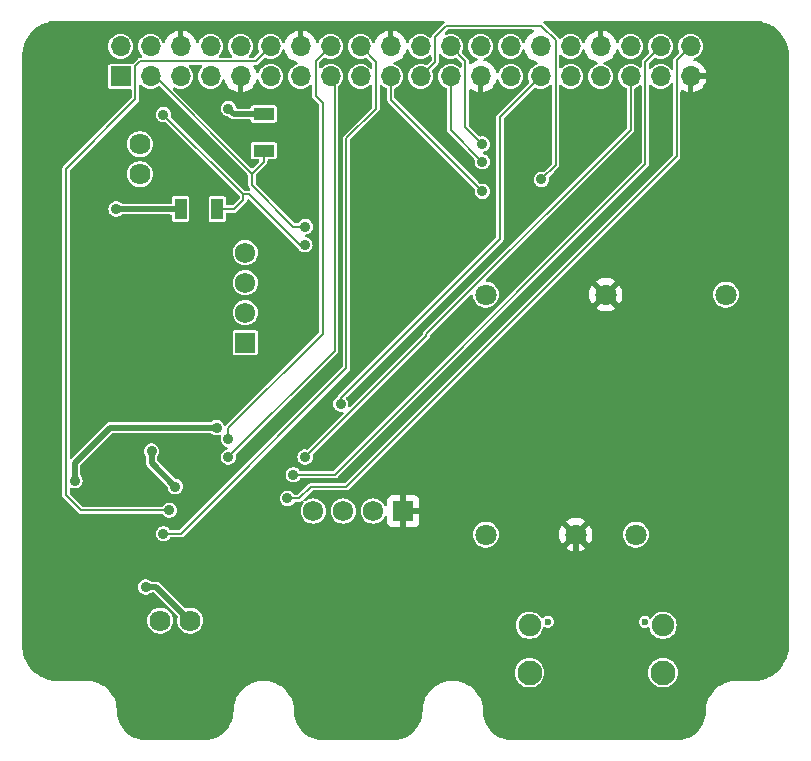
<source format=gbl>
G04 #@! TF.GenerationSoftware,KiCad,Pcbnew,8.0.2*
G04 #@! TF.CreationDate,2024-06-18T11:35:25+02:00*
G04 #@! TF.ProjectId,AMS Dongle,414d5320-446f-46e6-976c-652e6b696361,rev?*
G04 #@! TF.SameCoordinates,Original*
G04 #@! TF.FileFunction,Copper,L2,Bot*
G04 #@! TF.FilePolarity,Positive*
%FSLAX46Y46*%
G04 Gerber Fmt 4.6, Leading zero omitted, Abs format (unit mm)*
G04 Created by KiCad (PCBNEW 8.0.2) date 2024-06-18 11:35:25*
%MOMM*%
%LPD*%
G01*
G04 APERTURE LIST*
G04 #@! TA.AperFunction,ComponentPad*
%ADD10C,0.600000*%
G04 #@! TD*
G04 #@! TA.AperFunction,ComponentPad*
%ADD11C,1.900000*%
G04 #@! TD*
G04 #@! TA.AperFunction,ComponentPad*
%ADD12C,2.100000*%
G04 #@! TD*
G04 #@! TA.AperFunction,ComponentPad*
%ADD13C,1.785000*%
G04 #@! TD*
G04 #@! TA.AperFunction,ComponentPad*
%ADD14R,1.725000X1.725000*%
G04 #@! TD*
G04 #@! TA.AperFunction,ComponentPad*
%ADD15C,1.725000*%
G04 #@! TD*
G04 #@! TA.AperFunction,ComponentPad*
%ADD16C,1.800000*%
G04 #@! TD*
G04 #@! TA.AperFunction,ComponentPad*
%ADD17R,1.700000X1.700000*%
G04 #@! TD*
G04 #@! TA.AperFunction,ComponentPad*
%ADD18O,1.700000X1.700000*%
G04 #@! TD*
G04 #@! TA.AperFunction,SMDPad,CuDef*
%ADD19R,1.050000X1.800000*%
G04 #@! TD*
G04 #@! TA.AperFunction,SMDPad,CuDef*
%ADD20R,1.800000X1.050000*%
G04 #@! TD*
G04 #@! TA.AperFunction,ViaPad*
%ADD21C,0.900000*%
G04 #@! TD*
G04 #@! TA.AperFunction,Conductor*
%ADD22C,0.200000*%
G04 #@! TD*
G04 #@! TA.AperFunction,Conductor*
%ADD23C,0.500000*%
G04 #@! TD*
G04 APERTURE END LIST*
D10*
X144550000Y-94950000D03*
X152750000Y-94950000D03*
D11*
X143000000Y-95250000D03*
X154300000Y-95250000D03*
D12*
X143000000Y-99250000D03*
X154300000Y-99250000D03*
D13*
X111730000Y-94856500D03*
X114270000Y-94856500D03*
D14*
X118924000Y-71310000D03*
D15*
X118924000Y-68770000D03*
X118924000Y-66230000D03*
X118924000Y-63690000D03*
D14*
X132310000Y-85576000D03*
D15*
X129770000Y-85576000D03*
X127230000Y-85576000D03*
X124690000Y-85576000D03*
D16*
X152000000Y-87560000D03*
X146920000Y-87560000D03*
X159620000Y-67240000D03*
X149460000Y-67240000D03*
X139300000Y-67240000D03*
X139300000Y-87560000D03*
D13*
X110000000Y-54500000D03*
X110000000Y-57040000D03*
D17*
X108370000Y-48770000D03*
D18*
X108370000Y-46230000D03*
X110910000Y-48770000D03*
X110910000Y-46230000D03*
X113450000Y-48770000D03*
X113450000Y-46230000D03*
X115990000Y-48770000D03*
X115990000Y-46230000D03*
X118530000Y-48770000D03*
X118530000Y-46230000D03*
X121070000Y-48770000D03*
X121070000Y-46230000D03*
X123610000Y-48770000D03*
X123610000Y-46230000D03*
X126150000Y-48770000D03*
X126150000Y-46230000D03*
X128690000Y-48770000D03*
X128690000Y-46230000D03*
X131230000Y-48770000D03*
X131230000Y-46230000D03*
X133770000Y-48770000D03*
X133770000Y-46230000D03*
X136310000Y-48770000D03*
X136310000Y-46230000D03*
X138850000Y-48770000D03*
X138850000Y-46230000D03*
X141390000Y-48770000D03*
X141390000Y-46230000D03*
X143930000Y-48770000D03*
X143930000Y-46230000D03*
X146470000Y-48770000D03*
X146470000Y-46230000D03*
X149010000Y-48770000D03*
X149010000Y-46230000D03*
X151550000Y-48770000D03*
X151550000Y-46230000D03*
X154090000Y-48770000D03*
X154090000Y-46230000D03*
X156630000Y-48770000D03*
X156630000Y-46230000D03*
D19*
X116550000Y-60000000D03*
X113450000Y-60000000D03*
D20*
X120500000Y-55050000D03*
X120500000Y-51950000D03*
D21*
X135000000Y-71000000D03*
X145500000Y-93000000D03*
X141331105Y-58357982D03*
X129000000Y-59500000D03*
X131500000Y-67000000D03*
X129500000Y-66500000D03*
X152000000Y-93000000D03*
X120500000Y-86500000D03*
X103000000Y-91500000D03*
X146500000Y-61000000D03*
X117000000Y-82500000D03*
X129000000Y-84000000D03*
X124000000Y-61500000D03*
X112000000Y-52000000D03*
X123969669Y-63030331D03*
X122500000Y-84500000D03*
X112500000Y-85500000D03*
X117500000Y-81000000D03*
X117500000Y-79500000D03*
X112000000Y-87500000D03*
X139000000Y-58500000D03*
X144000000Y-57500000D03*
X139000000Y-56000000D03*
X139000000Y-54500000D03*
X127000000Y-76500000D03*
X123000000Y-82500000D03*
X124000000Y-81000000D03*
X108000000Y-60000000D03*
X117500000Y-51500000D03*
X113000000Y-83500000D03*
X111000000Y-80500000D03*
X116500000Y-78500000D03*
X104500000Y-83000000D03*
X110500000Y-92000000D03*
D22*
X151550000Y-53292943D02*
X151550000Y-48770000D01*
X134250000Y-70592943D02*
X151550000Y-53292943D01*
X134250000Y-70750000D02*
X134250000Y-70592943D01*
X124000000Y-81000000D02*
X134250000Y-70750000D01*
D23*
X145500000Y-93000000D02*
X146920000Y-91580000D01*
X151000000Y-92000000D02*
X152000000Y-93000000D01*
X147340000Y-92000000D02*
X151000000Y-92000000D01*
X146920000Y-91580000D02*
X146920000Y-87560000D01*
X146920000Y-91580000D02*
X147340000Y-92000000D01*
D22*
X119500000Y-57000000D02*
X120500000Y-56000000D01*
X119500000Y-58000000D02*
X119500000Y-57000000D01*
X124000000Y-61500000D02*
X123000000Y-61500000D01*
X110910000Y-48770000D02*
X111270000Y-48770000D01*
X111270000Y-48770000D02*
X119500000Y-57000000D01*
X120500000Y-56000000D02*
X120500000Y-55050000D01*
X123000000Y-61500000D02*
X119500000Y-58000000D01*
X118750000Y-58750000D02*
X119250000Y-58750000D01*
X112000000Y-52000000D02*
X118750000Y-58750000D01*
X116550000Y-60000000D02*
X118000000Y-60000000D01*
X119250000Y-58750000D02*
X123530331Y-63030331D01*
X123530331Y-63030331D02*
X123969669Y-63030331D01*
X118000000Y-60000000D02*
X118750000Y-59250000D01*
X118750000Y-59250000D02*
X118750000Y-58750000D01*
X123500000Y-84500000D02*
X124500000Y-83500000D01*
X124500000Y-83500000D02*
X127500000Y-83500000D01*
X155480000Y-55520000D02*
X155480000Y-47380000D01*
X127500000Y-83500000D02*
X155480000Y-55520000D01*
X122500000Y-84500000D02*
X123500000Y-84500000D01*
X155480000Y-47380000D02*
X156630000Y-46230000D01*
X105000000Y-85500000D02*
X103750000Y-84250000D01*
X110000000Y-47500000D02*
X119800000Y-47500000D01*
X112500000Y-85500000D02*
X105000000Y-85500000D01*
X103750000Y-84250000D02*
X103750000Y-56603654D01*
X109634066Y-47865934D02*
X110000000Y-47500000D01*
X103750000Y-56603654D02*
X109634066Y-50719588D01*
X109634066Y-50719588D02*
X109634066Y-47865934D01*
X119800000Y-47500000D02*
X121070000Y-46230000D01*
X126500000Y-49120000D02*
X126500000Y-72000000D01*
X126150000Y-48770000D02*
X126500000Y-49120000D01*
X126500000Y-72000000D02*
X117500000Y-81000000D01*
X117500000Y-78560661D02*
X117500000Y-79500000D01*
X124878405Y-47501595D02*
X124878405Y-50431890D01*
X125500000Y-70560661D02*
X117500000Y-78560661D01*
X125500000Y-51053485D02*
X125500000Y-70560661D01*
X124878405Y-50431890D02*
X125500000Y-51053485D01*
X126150000Y-46230000D02*
X124878405Y-47501595D01*
X130000000Y-51500000D02*
X127500000Y-54000000D01*
X127500000Y-54000000D02*
X127500000Y-73500000D01*
X113500000Y-87500000D02*
X112000000Y-87500000D01*
X127500000Y-73500000D02*
X113500000Y-87500000D01*
X128690000Y-46230000D02*
X130000000Y-47540000D01*
X130000000Y-47540000D02*
X130000000Y-51500000D01*
X131230000Y-48770000D02*
X131230000Y-50730000D01*
X131230000Y-50730000D02*
X139250000Y-58750000D01*
X144000000Y-44500000D02*
X135956827Y-44500000D01*
X135956827Y-44500000D02*
X135000000Y-45456827D01*
X144000000Y-57500000D02*
X145204157Y-56295843D01*
X145204157Y-56295843D02*
X145204157Y-45704157D01*
X145204157Y-45704157D02*
X144000000Y-44500000D01*
X135000000Y-47540000D02*
X133770000Y-48770000D01*
X135000000Y-45456827D02*
X135000000Y-47540000D01*
X136310000Y-53310000D02*
X136310000Y-48770000D01*
X139000000Y-56000000D02*
X136310000Y-53310000D01*
X139000000Y-54500000D02*
X137552435Y-53052435D01*
X137552435Y-53052435D02*
X137552435Y-47472435D01*
X137552435Y-47472435D02*
X136310000Y-46230000D01*
X127000000Y-76000000D02*
X140500000Y-62500000D01*
X140500000Y-62500000D02*
X140500000Y-52200000D01*
X127000000Y-76500000D02*
X127000000Y-76000000D01*
X140500000Y-52200000D02*
X143930000Y-48770000D01*
X152787872Y-56212128D02*
X152787872Y-47532128D01*
X126500000Y-82500000D02*
X152787872Y-56212128D01*
X123000000Y-82500000D02*
X126500000Y-82500000D01*
X152787872Y-47532128D02*
X154090000Y-46230000D01*
D23*
X113450000Y-60000000D02*
X108000000Y-60000000D01*
X117950000Y-51950000D02*
X117500000Y-51500000D01*
X120500000Y-51950000D02*
X117950000Y-51950000D01*
X111000000Y-81500000D02*
X113000000Y-83500000D01*
X111000000Y-80500000D02*
X111000000Y-81500000D01*
X107500000Y-78500000D02*
X116500000Y-78500000D01*
X104500000Y-81500000D02*
X107500000Y-78500000D01*
X104500000Y-83000000D02*
X104500000Y-81500000D01*
X111413500Y-92000000D02*
X110500000Y-92000000D01*
X114270000Y-94856500D02*
X111413500Y-92000000D01*
G04 #@! TA.AperFunction,Conductor*
G36*
X122236581Y-46491112D02*
G01*
X122288975Y-46537336D01*
X122303841Y-46571349D01*
X122336567Y-46693486D01*
X122336570Y-46693492D01*
X122436399Y-46907578D01*
X122571894Y-47101082D01*
X122738917Y-47268105D01*
X122932421Y-47403600D01*
X123146507Y-47503429D01*
X123146516Y-47503433D01*
X123268649Y-47536158D01*
X123328310Y-47572523D01*
X123358839Y-47635369D01*
X123350545Y-47704745D01*
X123306059Y-47758623D01*
X123272552Y-47774593D01*
X123206046Y-47794767D01*
X123080920Y-47861650D01*
X123023550Y-47892315D01*
X123023548Y-47892316D01*
X123023547Y-47892317D01*
X122863589Y-48023589D01*
X122740354Y-48173754D01*
X122732315Y-48183550D01*
X122693643Y-48255898D01*
X122634769Y-48366043D01*
X122574699Y-48564067D01*
X122554417Y-48770000D01*
X122574699Y-48975932D01*
X122574700Y-48975934D01*
X122634768Y-49173954D01*
X122732315Y-49356450D01*
X122732317Y-49356452D01*
X122863589Y-49516410D01*
X122952870Y-49589680D01*
X123023550Y-49647685D01*
X123206046Y-49745232D01*
X123404066Y-49805300D01*
X123404065Y-49805300D01*
X123422529Y-49807118D01*
X123610000Y-49825583D01*
X123815934Y-49805300D01*
X124013954Y-49745232D01*
X124196450Y-49647685D01*
X124356410Y-49516410D01*
X124358046Y-49514415D01*
X124359172Y-49513648D01*
X124360718Y-49512103D01*
X124361011Y-49512396D01*
X124415790Y-49475077D01*
X124485634Y-49473202D01*
X124545405Y-49509385D01*
X124576125Y-49572139D01*
X124577905Y-49593074D01*
X124577905Y-50471452D01*
X124597279Y-50543755D01*
X124598384Y-50547879D01*
X124630551Y-50603595D01*
X124637947Y-50616404D01*
X125163181Y-51141637D01*
X125196666Y-51202960D01*
X125199500Y-51229318D01*
X125199500Y-70384828D01*
X125179815Y-70451867D01*
X125163181Y-70472509D01*
X117315489Y-78320201D01*
X117314755Y-78320935D01*
X117253406Y-78354374D01*
X117183719Y-78349337D01*
X117127816Y-78307424D01*
X117111197Y-78277158D01*
X117080220Y-78195478D01*
X117080220Y-78195477D01*
X116990483Y-78065470D01*
X116872240Y-77960717D01*
X116872238Y-77960716D01*
X116872237Y-77960715D01*
X116732365Y-77887303D01*
X116578986Y-77849500D01*
X116578985Y-77849500D01*
X116421015Y-77849500D01*
X116421014Y-77849500D01*
X116267634Y-77887303D01*
X116127762Y-77960715D01*
X116062744Y-78018316D01*
X115999510Y-78048037D01*
X115980517Y-78049500D01*
X107440691Y-78049500D01*
X107350325Y-78073713D01*
X107350324Y-78073712D01*
X107326115Y-78080200D01*
X107326106Y-78080204D01*
X107223392Y-78139505D01*
X107223384Y-78139511D01*
X104262181Y-81100715D01*
X104200858Y-81134200D01*
X104131166Y-81129216D01*
X104075233Y-81087344D01*
X104050816Y-81021880D01*
X104050500Y-81013034D01*
X104050500Y-70427747D01*
X117861000Y-70427747D01*
X117861000Y-72192252D01*
X117872631Y-72250729D01*
X117872632Y-72250730D01*
X117916947Y-72317052D01*
X117983269Y-72361367D01*
X117983270Y-72361368D01*
X118041747Y-72372999D01*
X118041750Y-72373000D01*
X118041752Y-72373000D01*
X119806250Y-72373000D01*
X119806251Y-72372999D01*
X119821068Y-72370052D01*
X119864729Y-72361368D01*
X119864729Y-72361367D01*
X119864731Y-72361367D01*
X119931052Y-72317052D01*
X119975367Y-72250731D01*
X119975367Y-72250729D01*
X119975368Y-72250729D01*
X119986999Y-72192252D01*
X119987000Y-72192250D01*
X119987000Y-70427749D01*
X119986999Y-70427747D01*
X119975368Y-70369270D01*
X119975367Y-70369269D01*
X119931052Y-70302947D01*
X119864730Y-70258632D01*
X119864729Y-70258631D01*
X119806252Y-70247000D01*
X119806248Y-70247000D01*
X118041752Y-70247000D01*
X118041747Y-70247000D01*
X117983270Y-70258631D01*
X117983269Y-70258632D01*
X117916947Y-70302947D01*
X117872632Y-70369269D01*
X117872631Y-70369270D01*
X117861000Y-70427747D01*
X104050500Y-70427747D01*
X104050500Y-68770000D01*
X117855857Y-68770000D01*
X117876380Y-68978380D01*
X117937167Y-69178766D01*
X118035867Y-69363422D01*
X118035873Y-69363429D01*
X118168708Y-69525291D01*
X118330570Y-69658126D01*
X118330577Y-69658132D01*
X118515233Y-69756832D01*
X118515239Y-69756835D01*
X118715616Y-69817619D01*
X118924000Y-69838143D01*
X119132384Y-69817619D01*
X119332761Y-69756835D01*
X119386733Y-69727986D01*
X119517422Y-69658132D01*
X119517424Y-69658129D01*
X119517428Y-69658128D01*
X119679291Y-69525291D01*
X119812128Y-69363428D01*
X119812129Y-69363424D01*
X119812132Y-69363422D01*
X119910832Y-69178766D01*
X119910835Y-69178761D01*
X119971619Y-68978384D01*
X119992143Y-68770000D01*
X119971619Y-68561616D01*
X119910835Y-68361239D01*
X119899750Y-68340500D01*
X119812132Y-68176577D01*
X119812126Y-68176570D01*
X119679291Y-68014708D01*
X119517429Y-67881873D01*
X119517422Y-67881867D01*
X119332766Y-67783167D01*
X119332763Y-67783166D01*
X119332761Y-67783165D01*
X119132384Y-67722381D01*
X119132382Y-67722380D01*
X119132380Y-67722380D01*
X118924000Y-67701857D01*
X118715619Y-67722380D01*
X118715616Y-67722381D01*
X118515239Y-67783165D01*
X118515238Y-67783165D01*
X118515233Y-67783167D01*
X118330577Y-67881867D01*
X118330570Y-67881873D01*
X118168708Y-68014708D01*
X118035873Y-68176570D01*
X118035867Y-68176577D01*
X117937167Y-68361233D01*
X117876380Y-68561619D01*
X117855857Y-68770000D01*
X104050500Y-68770000D01*
X104050500Y-66230000D01*
X117855857Y-66230000D01*
X117876380Y-66438380D01*
X117876380Y-66438382D01*
X117876381Y-66438384D01*
X117916728Y-66571390D01*
X117937167Y-66638766D01*
X118035867Y-66823422D01*
X118035873Y-66823429D01*
X118168708Y-66985291D01*
X118330570Y-67118126D01*
X118330577Y-67118132D01*
X118515233Y-67216832D01*
X118515239Y-67216835D01*
X118715616Y-67277619D01*
X118924000Y-67298143D01*
X119132384Y-67277619D01*
X119332761Y-67216835D01*
X119437204Y-67161009D01*
X119517422Y-67118132D01*
X119517424Y-67118129D01*
X119517428Y-67118128D01*
X119679291Y-66985291D01*
X119812128Y-66823428D01*
X119812129Y-66823424D01*
X119812132Y-66823422D01*
X119900456Y-66658178D01*
X119910835Y-66638761D01*
X119971619Y-66438384D01*
X119992143Y-66230000D01*
X119971619Y-66021616D01*
X119910835Y-65821239D01*
X119910832Y-65821233D01*
X119812132Y-65636577D01*
X119812126Y-65636570D01*
X119679291Y-65474708D01*
X119517429Y-65341873D01*
X119517422Y-65341867D01*
X119332766Y-65243167D01*
X119332763Y-65243166D01*
X119332761Y-65243165D01*
X119132384Y-65182381D01*
X119132382Y-65182380D01*
X119132380Y-65182380D01*
X118924000Y-65161857D01*
X118715619Y-65182380D01*
X118715616Y-65182381D01*
X118515239Y-65243165D01*
X118515238Y-65243165D01*
X118515233Y-65243167D01*
X118330577Y-65341867D01*
X118330570Y-65341873D01*
X118168708Y-65474708D01*
X118035873Y-65636570D01*
X118035867Y-65636577D01*
X117937167Y-65821233D01*
X117876380Y-66021619D01*
X117855857Y-66230000D01*
X104050500Y-66230000D01*
X104050500Y-63690000D01*
X117855857Y-63690000D01*
X117876380Y-63898380D01*
X117937167Y-64098766D01*
X118035867Y-64283422D01*
X118035873Y-64283429D01*
X118168708Y-64445291D01*
X118330570Y-64578126D01*
X118330577Y-64578132D01*
X118515233Y-64676832D01*
X118515239Y-64676835D01*
X118715616Y-64737619D01*
X118924000Y-64758143D01*
X119132384Y-64737619D01*
X119332761Y-64676835D01*
X119386733Y-64647986D01*
X119517422Y-64578132D01*
X119517424Y-64578129D01*
X119517428Y-64578128D01*
X119679291Y-64445291D01*
X119812128Y-64283428D01*
X119812129Y-64283424D01*
X119812132Y-64283422D01*
X119910832Y-64098766D01*
X119910835Y-64098761D01*
X119971619Y-63898384D01*
X119992143Y-63690000D01*
X119971619Y-63481616D01*
X119910835Y-63281239D01*
X119908322Y-63276538D01*
X119812132Y-63096577D01*
X119812126Y-63096570D01*
X119679291Y-62934708D01*
X119517429Y-62801873D01*
X119517422Y-62801867D01*
X119332766Y-62703167D01*
X119332763Y-62703166D01*
X119332761Y-62703165D01*
X119132384Y-62642381D01*
X119132382Y-62642380D01*
X119132380Y-62642380D01*
X118924000Y-62621857D01*
X118715619Y-62642380D01*
X118648823Y-62662642D01*
X118515239Y-62703165D01*
X118515238Y-62703165D01*
X118515233Y-62703167D01*
X118330577Y-62801867D01*
X118330570Y-62801873D01*
X118168708Y-62934708D01*
X118035873Y-63096570D01*
X118035867Y-63096577D01*
X117937167Y-63281233D01*
X117937165Y-63281238D01*
X117937165Y-63281239D01*
X117920901Y-63334854D01*
X117876380Y-63481619D01*
X117855857Y-63690000D01*
X104050500Y-63690000D01*
X104050500Y-59999999D01*
X107344722Y-59999999D01*
X107344722Y-60000000D01*
X107363762Y-60156818D01*
X107418254Y-60300500D01*
X107419780Y-60304523D01*
X107509517Y-60434530D01*
X107627760Y-60539283D01*
X107627762Y-60539284D01*
X107767634Y-60612696D01*
X107921014Y-60650500D01*
X107921015Y-60650500D01*
X108078985Y-60650500D01*
X108232365Y-60612696D01*
X108305140Y-60574500D01*
X108372240Y-60539283D01*
X108437256Y-60481683D01*
X108500490Y-60451963D01*
X108519483Y-60450500D01*
X112600500Y-60450500D01*
X112667539Y-60470185D01*
X112713294Y-60522989D01*
X112724500Y-60574500D01*
X112724500Y-60919752D01*
X112736131Y-60978229D01*
X112736132Y-60978230D01*
X112780447Y-61044552D01*
X112846769Y-61088867D01*
X112846770Y-61088868D01*
X112905247Y-61100499D01*
X112905250Y-61100500D01*
X112905252Y-61100500D01*
X113994750Y-61100500D01*
X113994751Y-61100499D01*
X114009568Y-61097552D01*
X114053229Y-61088868D01*
X114053229Y-61088867D01*
X114053231Y-61088867D01*
X114119552Y-61044552D01*
X114163867Y-60978231D01*
X114163867Y-60978229D01*
X114163868Y-60978229D01*
X114175499Y-60919752D01*
X114175500Y-60919750D01*
X114175500Y-59080249D01*
X114175499Y-59080247D01*
X114163868Y-59021770D01*
X114163867Y-59021769D01*
X114119552Y-58955447D01*
X114053230Y-58911132D01*
X114053229Y-58911131D01*
X113994752Y-58899500D01*
X113994748Y-58899500D01*
X112905252Y-58899500D01*
X112905247Y-58899500D01*
X112846770Y-58911131D01*
X112846769Y-58911132D01*
X112780447Y-58955447D01*
X112736132Y-59021769D01*
X112736131Y-59021770D01*
X112724500Y-59080247D01*
X112724500Y-59425500D01*
X112704815Y-59492539D01*
X112652011Y-59538294D01*
X112600500Y-59549500D01*
X108519483Y-59549500D01*
X108452444Y-59529815D01*
X108437256Y-59518316D01*
X108372240Y-59460717D01*
X108372238Y-59460716D01*
X108372237Y-59460715D01*
X108232365Y-59387303D01*
X108078986Y-59349500D01*
X108078985Y-59349500D01*
X107921015Y-59349500D01*
X107921014Y-59349500D01*
X107767634Y-59387303D01*
X107627762Y-59460715D01*
X107509516Y-59565471D01*
X107419781Y-59695475D01*
X107419780Y-59695476D01*
X107363762Y-59843181D01*
X107344722Y-59999999D01*
X104050500Y-59999999D01*
X104050500Y-57039999D01*
X108902317Y-57039999D01*
X108902317Y-57040000D01*
X108921006Y-57241698D01*
X108921007Y-57241700D01*
X108976439Y-57436524D01*
X108976445Y-57436539D01*
X109066731Y-57617856D01*
X109188803Y-57779506D01*
X109338497Y-57915969D01*
X109338499Y-57915971D01*
X109510717Y-58022604D01*
X109510723Y-58022607D01*
X109573682Y-58046997D01*
X109699605Y-58095780D01*
X109898719Y-58133000D01*
X109898722Y-58133000D01*
X110101278Y-58133000D01*
X110101281Y-58133000D01*
X110300395Y-58095780D01*
X110489279Y-58022606D01*
X110661502Y-57915970D01*
X110811198Y-57779504D01*
X110933269Y-57617856D01*
X111023559Y-57436529D01*
X111078993Y-57241699D01*
X111097683Y-57040000D01*
X111078993Y-56838301D01*
X111023559Y-56643471D01*
X110933269Y-56462144D01*
X110837550Y-56335391D01*
X110811196Y-56300493D01*
X110661502Y-56164030D01*
X110661500Y-56164028D01*
X110489282Y-56057395D01*
X110489276Y-56057392D01*
X110300398Y-55984221D01*
X110300397Y-55984220D01*
X110300395Y-55984220D01*
X110101281Y-55947000D01*
X109898719Y-55947000D01*
X109699605Y-55984220D01*
X109699603Y-55984220D01*
X109699601Y-55984221D01*
X109510723Y-56057392D01*
X109510717Y-56057395D01*
X109338499Y-56164028D01*
X109338497Y-56164030D01*
X109188803Y-56300493D01*
X109066731Y-56462143D01*
X108976445Y-56643460D01*
X108976439Y-56643475D01*
X108921007Y-56838299D01*
X108921006Y-56838301D01*
X108902317Y-57039999D01*
X104050500Y-57039999D01*
X104050500Y-56779487D01*
X104070185Y-56712448D01*
X104086819Y-56691806D01*
X106278626Y-54499999D01*
X108902317Y-54499999D01*
X108902317Y-54500000D01*
X108921006Y-54701698D01*
X108921007Y-54701700D01*
X108976439Y-54896524D01*
X108976445Y-54896539D01*
X109066731Y-55077856D01*
X109188803Y-55239506D01*
X109338497Y-55375969D01*
X109338499Y-55375971D01*
X109510717Y-55482604D01*
X109510723Y-55482607D01*
X109573682Y-55506997D01*
X109699605Y-55555780D01*
X109898719Y-55593000D01*
X109898722Y-55593000D01*
X110101278Y-55593000D01*
X110101281Y-55593000D01*
X110300395Y-55555780D01*
X110489279Y-55482606D01*
X110661502Y-55375970D01*
X110811198Y-55239504D01*
X110933269Y-55077856D01*
X111023559Y-54896529D01*
X111078993Y-54701699D01*
X111097683Y-54500000D01*
X111092750Y-54446769D01*
X111078993Y-54298301D01*
X111078992Y-54298299D01*
X111049736Y-54195476D01*
X111023559Y-54103471D01*
X111004637Y-54065471D01*
X110952475Y-53960715D01*
X110933269Y-53922144D01*
X110811198Y-53760496D01*
X110811196Y-53760493D01*
X110661502Y-53624030D01*
X110661500Y-53624028D01*
X110489282Y-53517395D01*
X110489276Y-53517392D01*
X110300398Y-53444221D01*
X110300397Y-53444220D01*
X110300395Y-53444220D01*
X110101281Y-53407000D01*
X109898719Y-53407000D01*
X109699605Y-53444220D01*
X109699603Y-53444220D01*
X109699601Y-53444221D01*
X109510723Y-53517392D01*
X109510717Y-53517395D01*
X109338499Y-53624028D01*
X109338497Y-53624030D01*
X109188803Y-53760493D01*
X109066731Y-53922143D01*
X108976445Y-54103460D01*
X108976439Y-54103475D01*
X108921007Y-54298299D01*
X108921006Y-54298301D01*
X108902317Y-54499999D01*
X106278626Y-54499999D01*
X106963138Y-53815487D01*
X109874526Y-50904099D01*
X109914087Y-50835577D01*
X109934566Y-50759150D01*
X109934566Y-49583900D01*
X109954251Y-49516861D01*
X110007055Y-49471106D01*
X110076213Y-49461162D01*
X110139769Y-49490187D01*
X110154421Y-49505238D01*
X110163588Y-49516409D01*
X110231496Y-49572139D01*
X110323550Y-49647685D01*
X110506046Y-49745232D01*
X110704066Y-49805300D01*
X110704065Y-49805300D01*
X110722529Y-49807118D01*
X110910000Y-49825583D01*
X111115934Y-49805300D01*
X111313954Y-49745232D01*
X111496450Y-49647685D01*
X111533848Y-49616992D01*
X111598157Y-49589680D01*
X111667025Y-49601471D01*
X111700194Y-49625165D01*
X119163181Y-57088152D01*
X119196666Y-57149475D01*
X119199500Y-57175833D01*
X119199500Y-58039562D01*
X119213152Y-58090513D01*
X119219979Y-58115990D01*
X119239902Y-58150496D01*
X119239903Y-58150499D01*
X119259537Y-58184507D01*
X119259541Y-58184512D01*
X119312848Y-58237819D01*
X119346333Y-58299142D01*
X119341349Y-58368834D01*
X119299477Y-58424767D01*
X119234013Y-58449184D01*
X119225167Y-58449500D01*
X118925833Y-58449500D01*
X118858794Y-58429815D01*
X118838152Y-58413181D01*
X112673034Y-52248063D01*
X112639549Y-52186740D01*
X112637619Y-52145436D01*
X112655278Y-52000000D01*
X112655278Y-51999999D01*
X112636237Y-51843181D01*
X112614992Y-51787164D01*
X112580220Y-51695477D01*
X112490483Y-51565470D01*
X112372240Y-51460717D01*
X112372238Y-51460716D01*
X112372237Y-51460715D01*
X112232365Y-51387303D01*
X112078986Y-51349500D01*
X112078985Y-51349500D01*
X111921015Y-51349500D01*
X111921014Y-51349500D01*
X111767634Y-51387303D01*
X111627762Y-51460715D01*
X111509516Y-51565471D01*
X111419781Y-51695475D01*
X111419780Y-51695476D01*
X111363762Y-51843181D01*
X111344722Y-51999999D01*
X111344722Y-52000000D01*
X111363762Y-52156818D01*
X111413571Y-52288151D01*
X111419780Y-52304523D01*
X111509517Y-52434530D01*
X111627760Y-52539283D01*
X111627762Y-52539284D01*
X111767634Y-52612696D01*
X111921014Y-52650500D01*
X111921015Y-52650500D01*
X112078984Y-52650500D01*
X112078985Y-52650500D01*
X112128647Y-52638259D01*
X112198449Y-52641328D01*
X112246004Y-52670975D01*
X118413181Y-58838152D01*
X118446666Y-58899475D01*
X118449500Y-58925833D01*
X118449500Y-59074167D01*
X118429815Y-59141206D01*
X118413181Y-59161848D01*
X117911848Y-59663181D01*
X117850525Y-59696666D01*
X117824167Y-59699500D01*
X117399500Y-59699500D01*
X117332461Y-59679815D01*
X117286706Y-59627011D01*
X117275500Y-59575500D01*
X117275500Y-59080249D01*
X117275499Y-59080247D01*
X117263868Y-59021770D01*
X117263867Y-59021769D01*
X117219552Y-58955447D01*
X117153230Y-58911132D01*
X117153229Y-58911131D01*
X117094752Y-58899500D01*
X117094748Y-58899500D01*
X116005252Y-58899500D01*
X116005247Y-58899500D01*
X115946770Y-58911131D01*
X115946769Y-58911132D01*
X115880447Y-58955447D01*
X115836132Y-59021769D01*
X115836131Y-59021770D01*
X115824500Y-59080247D01*
X115824500Y-60919752D01*
X115836131Y-60978229D01*
X115836132Y-60978230D01*
X115880447Y-61044552D01*
X115946769Y-61088867D01*
X115946770Y-61088868D01*
X116005247Y-61100499D01*
X116005250Y-61100500D01*
X116005252Y-61100500D01*
X117094750Y-61100500D01*
X117094751Y-61100499D01*
X117109568Y-61097552D01*
X117153229Y-61088868D01*
X117153229Y-61088867D01*
X117153231Y-61088867D01*
X117219552Y-61044552D01*
X117263867Y-60978231D01*
X117263867Y-60978229D01*
X117263868Y-60978229D01*
X117275499Y-60919752D01*
X117275500Y-60919750D01*
X117275500Y-60424500D01*
X117295185Y-60357461D01*
X117347989Y-60311706D01*
X117399500Y-60300500D01*
X118039560Y-60300500D01*
X118039562Y-60300500D01*
X118115989Y-60280021D01*
X118184511Y-60240460D01*
X118240460Y-60184511D01*
X118990460Y-59434511D01*
X119030021Y-59365989D01*
X119050500Y-59289562D01*
X119050500Y-59274833D01*
X119070185Y-59207794D01*
X119122989Y-59162039D01*
X119192147Y-59152095D01*
X119255703Y-59181120D01*
X119262181Y-59187152D01*
X123351567Y-63276538D01*
X123350553Y-63277551D01*
X123385584Y-63324663D01*
X123389449Y-63334854D01*
X123479186Y-63464861D01*
X123597429Y-63569614D01*
X123597431Y-63569615D01*
X123737303Y-63643027D01*
X123890683Y-63680831D01*
X123890684Y-63680831D01*
X124048654Y-63680831D01*
X124202034Y-63643027D01*
X124341909Y-63569614D01*
X124460152Y-63464861D01*
X124549889Y-63334854D01*
X124605906Y-63187149D01*
X124624947Y-63030331D01*
X124613337Y-62934709D01*
X124605906Y-62873512D01*
X124584661Y-62817495D01*
X124549889Y-62725808D01*
X124460152Y-62595801D01*
X124341909Y-62491048D01*
X124341907Y-62491047D01*
X124341906Y-62491046D01*
X124202035Y-62417635D01*
X124087073Y-62389300D01*
X124026693Y-62354144D01*
X123994904Y-62291925D01*
X124001800Y-62222396D01*
X124045191Y-62167633D01*
X124087072Y-62148506D01*
X124232365Y-62112696D01*
X124372240Y-62039283D01*
X124490483Y-61934530D01*
X124580220Y-61804523D01*
X124636237Y-61656818D01*
X124655278Y-61500000D01*
X124636237Y-61343182D01*
X124580220Y-61195477D01*
X124490483Y-61065470D01*
X124372240Y-60960717D01*
X124372238Y-60960716D01*
X124372237Y-60960715D01*
X124232365Y-60887303D01*
X124078986Y-60849500D01*
X124078985Y-60849500D01*
X123921015Y-60849500D01*
X123921014Y-60849500D01*
X123767634Y-60887303D01*
X123627762Y-60960715D01*
X123509516Y-61065471D01*
X123453973Y-61145940D01*
X123399690Y-61189930D01*
X123351923Y-61199500D01*
X123175833Y-61199500D01*
X123108794Y-61179815D01*
X123088152Y-61163181D01*
X119836819Y-57911848D01*
X119803334Y-57850525D01*
X119800500Y-57824167D01*
X119800500Y-57175833D01*
X119820185Y-57108794D01*
X119836819Y-57088152D01*
X120281511Y-56643460D01*
X120740460Y-56184511D01*
X120780022Y-56115988D01*
X120800500Y-56039562D01*
X120800500Y-55960438D01*
X120800500Y-55899500D01*
X120820185Y-55832461D01*
X120872989Y-55786706D01*
X120924500Y-55775500D01*
X121419750Y-55775500D01*
X121419751Y-55775499D01*
X121434568Y-55772552D01*
X121478229Y-55763868D01*
X121478229Y-55763867D01*
X121478231Y-55763867D01*
X121544552Y-55719552D01*
X121588867Y-55653231D01*
X121588867Y-55653229D01*
X121588868Y-55653229D01*
X121600499Y-55594752D01*
X121600500Y-55594750D01*
X121600500Y-54505249D01*
X121600499Y-54505247D01*
X121588868Y-54446770D01*
X121588867Y-54446769D01*
X121544552Y-54380447D01*
X121478230Y-54336132D01*
X121478229Y-54336131D01*
X121419752Y-54324500D01*
X121419748Y-54324500D01*
X119580252Y-54324500D01*
X119580247Y-54324500D01*
X119521770Y-54336131D01*
X119521769Y-54336132D01*
X119455447Y-54380447D01*
X119411132Y-54446769D01*
X119411131Y-54446770D01*
X119399500Y-54505247D01*
X119399500Y-55594752D01*
X119411131Y-55653229D01*
X119411132Y-55653230D01*
X119455447Y-55719552D01*
X119521769Y-55763867D01*
X119521770Y-55763868D01*
X119580247Y-55775499D01*
X119580250Y-55775500D01*
X119580252Y-55775500D01*
X120000167Y-55775500D01*
X120067206Y-55795185D01*
X120112961Y-55847989D01*
X120122905Y-55917147D01*
X120093880Y-55980703D01*
X120087848Y-55987181D01*
X119587681Y-56487348D01*
X119526358Y-56520833D01*
X119456666Y-56515849D01*
X119412319Y-56487348D01*
X114424970Y-51499999D01*
X116844722Y-51499999D01*
X116844722Y-51500000D01*
X116863762Y-51656818D01*
X116878424Y-51695477D01*
X116919780Y-51804523D01*
X117009517Y-51934530D01*
X117127760Y-52039283D01*
X117127762Y-52039284D01*
X117267634Y-52112696D01*
X117421014Y-52150500D01*
X117421015Y-52150500D01*
X117462035Y-52150500D01*
X117529074Y-52170185D01*
X117549716Y-52186819D01*
X117673386Y-52310489D01*
X117776113Y-52369799D01*
X117800321Y-52376284D01*
X117800324Y-52376286D01*
X117800325Y-52376286D01*
X117830447Y-52384357D01*
X117890691Y-52400500D01*
X119278988Y-52400500D01*
X119346027Y-52420185D01*
X119391782Y-52472989D01*
X119400605Y-52500308D01*
X119411132Y-52553229D01*
X119411132Y-52553230D01*
X119455447Y-52619552D01*
X119521769Y-52663867D01*
X119521770Y-52663868D01*
X119580247Y-52675499D01*
X119580250Y-52675500D01*
X119580252Y-52675500D01*
X121419750Y-52675500D01*
X121419751Y-52675499D01*
X121442497Y-52670975D01*
X121478229Y-52663868D01*
X121478229Y-52663867D01*
X121478231Y-52663867D01*
X121544552Y-52619552D01*
X121588867Y-52553231D01*
X121588867Y-52553229D01*
X121588868Y-52553229D01*
X121600499Y-52494752D01*
X121600500Y-52494750D01*
X121600500Y-51405249D01*
X121600499Y-51405247D01*
X121588868Y-51346770D01*
X121588867Y-51346769D01*
X121544552Y-51280447D01*
X121478230Y-51236132D01*
X121478229Y-51236131D01*
X121419752Y-51224500D01*
X121419748Y-51224500D01*
X119580252Y-51224500D01*
X119580247Y-51224500D01*
X119521770Y-51236131D01*
X119521769Y-51236132D01*
X119455447Y-51280447D01*
X119411132Y-51346769D01*
X119411132Y-51346770D01*
X119400605Y-51399692D01*
X119368220Y-51461603D01*
X119307504Y-51496177D01*
X119278988Y-51499500D01*
X118265072Y-51499500D01*
X118198033Y-51479815D01*
X118152278Y-51427011D01*
X118141976Y-51390447D01*
X118141171Y-51383819D01*
X118136237Y-51343182D01*
X118080220Y-51195477D01*
X117990483Y-51065470D01*
X117872240Y-50960717D01*
X117872238Y-50960716D01*
X117872237Y-50960715D01*
X117732365Y-50887303D01*
X117578986Y-50849500D01*
X117578985Y-50849500D01*
X117421015Y-50849500D01*
X117421014Y-50849500D01*
X117267634Y-50887303D01*
X117127762Y-50960715D01*
X117009516Y-51065471D01*
X116919781Y-51195475D01*
X116919780Y-51195476D01*
X116863762Y-51343181D01*
X116844722Y-51499999D01*
X114424970Y-51499999D01*
X112829727Y-49904756D01*
X112796242Y-49843433D01*
X112801226Y-49773741D01*
X112843098Y-49717808D01*
X112908562Y-49693391D01*
X112975860Y-49707716D01*
X113046046Y-49745232D01*
X113244066Y-49805300D01*
X113244065Y-49805300D01*
X113262529Y-49807118D01*
X113450000Y-49825583D01*
X113655934Y-49805300D01*
X113853954Y-49745232D01*
X114036450Y-49647685D01*
X114196410Y-49516410D01*
X114327685Y-49356450D01*
X114425232Y-49173954D01*
X114485300Y-48975934D01*
X114505583Y-48770000D01*
X114485300Y-48564066D01*
X114425232Y-48366046D01*
X114327685Y-48183550D01*
X114251996Y-48091322D01*
X114196411Y-48023590D01*
X114192468Y-48020355D01*
X114153133Y-47962610D01*
X114151261Y-47892766D01*
X114187446Y-47832997D01*
X114250202Y-47802279D01*
X114271131Y-47800500D01*
X115168869Y-47800500D01*
X115235908Y-47820185D01*
X115281663Y-47872989D01*
X115291607Y-47942147D01*
X115262582Y-48005703D01*
X115247532Y-48020355D01*
X115243588Y-48023590D01*
X115120354Y-48173754D01*
X115112315Y-48183550D01*
X115073643Y-48255898D01*
X115014769Y-48366043D01*
X114954699Y-48564067D01*
X114934417Y-48770000D01*
X114954699Y-48975932D01*
X114954700Y-48975934D01*
X115014768Y-49173954D01*
X115112315Y-49356450D01*
X115112317Y-49356452D01*
X115243589Y-49516410D01*
X115332870Y-49589680D01*
X115403550Y-49647685D01*
X115586046Y-49745232D01*
X115784066Y-49805300D01*
X115784065Y-49805300D01*
X115802529Y-49807118D01*
X115990000Y-49825583D01*
X116195934Y-49805300D01*
X116393954Y-49745232D01*
X116576450Y-49647685D01*
X116736410Y-49516410D01*
X116867685Y-49356450D01*
X116965232Y-49173954D01*
X116985406Y-49107446D01*
X117023702Y-49049010D01*
X117087514Y-49020553D01*
X117156581Y-49031112D01*
X117208975Y-49077336D01*
X117223841Y-49111349D01*
X117256567Y-49233486D01*
X117256570Y-49233492D01*
X117356399Y-49447578D01*
X117491894Y-49641082D01*
X117658917Y-49808105D01*
X117852421Y-49943600D01*
X118066507Y-50043429D01*
X118066516Y-50043433D01*
X118280000Y-50100634D01*
X118280000Y-49203012D01*
X118337007Y-49235925D01*
X118464174Y-49270000D01*
X118595826Y-49270000D01*
X118722993Y-49235925D01*
X118780000Y-49203012D01*
X118780000Y-50100633D01*
X118993483Y-50043433D01*
X118993492Y-50043429D01*
X119207578Y-49943600D01*
X119401082Y-49808105D01*
X119568105Y-49641082D01*
X119703600Y-49447578D01*
X119803429Y-49233492D01*
X119803433Y-49233483D01*
X119836158Y-49111350D01*
X119872522Y-49051690D01*
X119935369Y-49021160D01*
X120004745Y-49029454D01*
X120058623Y-49073939D01*
X120074593Y-49107447D01*
X120094768Y-49173954D01*
X120192315Y-49356450D01*
X120192317Y-49356452D01*
X120323589Y-49516410D01*
X120412870Y-49589680D01*
X120483550Y-49647685D01*
X120666046Y-49745232D01*
X120864066Y-49805300D01*
X120864065Y-49805300D01*
X120882529Y-49807118D01*
X121070000Y-49825583D01*
X121275934Y-49805300D01*
X121473954Y-49745232D01*
X121656450Y-49647685D01*
X121816410Y-49516410D01*
X121947685Y-49356450D01*
X122045232Y-49173954D01*
X122105300Y-48975934D01*
X122125583Y-48770000D01*
X122105300Y-48564066D01*
X122045232Y-48366046D01*
X121947685Y-48183550D01*
X121859973Y-48076672D01*
X121816410Y-48023589D01*
X121666115Y-47900247D01*
X121656450Y-47892315D01*
X121473954Y-47794768D01*
X121275934Y-47734700D01*
X121275932Y-47734699D01*
X121275934Y-47734699D01*
X121070000Y-47714417D01*
X120864067Y-47734699D01*
X120729736Y-47775448D01*
X120666050Y-47794767D01*
X120666043Y-47794769D01*
X120555898Y-47853643D01*
X120483550Y-47892315D01*
X120483548Y-47892316D01*
X120483547Y-47892317D01*
X120323589Y-48023589D01*
X120200354Y-48173754D01*
X120192315Y-48183550D01*
X120164622Y-48235358D01*
X120094767Y-48366046D01*
X120074593Y-48432552D01*
X120036296Y-48490990D01*
X119972483Y-48519447D01*
X119903416Y-48508886D01*
X119851023Y-48462661D01*
X119836158Y-48428649D01*
X119803433Y-48306516D01*
X119803429Y-48306507D01*
X119703600Y-48092422D01*
X119703599Y-48092420D01*
X119635821Y-47995623D01*
X119613494Y-47929417D01*
X119630504Y-47861650D01*
X119681452Y-47813837D01*
X119737396Y-47800500D01*
X119839560Y-47800500D01*
X119839562Y-47800500D01*
X119915989Y-47780021D01*
X119984511Y-47740460D01*
X120040460Y-47684511D01*
X120505672Y-47219297D01*
X120566995Y-47185813D01*
X120636686Y-47190797D01*
X120651805Y-47197620D01*
X120666046Y-47205232D01*
X120864066Y-47265300D01*
X120864065Y-47265300D01*
X120882529Y-47267118D01*
X121070000Y-47285583D01*
X121275934Y-47265300D01*
X121473954Y-47205232D01*
X121656450Y-47107685D01*
X121816410Y-46976410D01*
X121947685Y-46816450D01*
X122045232Y-46633954D01*
X122065406Y-46567446D01*
X122103702Y-46509010D01*
X122167514Y-46480553D01*
X122236581Y-46491112D01*
G37*
G04 #@! TD.AperFunction*
G04 #@! TA.AperFunction,Conductor*
G36*
X135749033Y-44070185D02*
G01*
X135794788Y-44122989D01*
X135804732Y-44192147D01*
X135775707Y-44255703D01*
X135769675Y-44262181D01*
X134759541Y-45272314D01*
X134759535Y-45272322D01*
X134719982Y-45340831D01*
X134719978Y-45340840D01*
X134701702Y-45409043D01*
X134665336Y-45468703D01*
X134602488Y-45499231D01*
X134533113Y-45490934D01*
X134503264Y-45472801D01*
X134424016Y-45407765D01*
X134356450Y-45352315D01*
X134173954Y-45254768D01*
X133975934Y-45194700D01*
X133975932Y-45194699D01*
X133975934Y-45194699D01*
X133770000Y-45174417D01*
X133564067Y-45194699D01*
X133366043Y-45254769D01*
X133255898Y-45313643D01*
X133183550Y-45352315D01*
X133183548Y-45352316D01*
X133183547Y-45352317D01*
X133023589Y-45483589D01*
X132892317Y-45643547D01*
X132794767Y-45826046D01*
X132774593Y-45892552D01*
X132736296Y-45950990D01*
X132672483Y-45979447D01*
X132603416Y-45968886D01*
X132551023Y-45922661D01*
X132536158Y-45888649D01*
X132503433Y-45766516D01*
X132503429Y-45766507D01*
X132403600Y-45552422D01*
X132403599Y-45552420D01*
X132268113Y-45358926D01*
X132268108Y-45358920D01*
X132101082Y-45191894D01*
X131907578Y-45056399D01*
X131693492Y-44956570D01*
X131693486Y-44956567D01*
X131480000Y-44899364D01*
X131480000Y-45796988D01*
X131422993Y-45764075D01*
X131295826Y-45730000D01*
X131164174Y-45730000D01*
X131037007Y-45764075D01*
X130980000Y-45796988D01*
X130980000Y-44899364D01*
X130979999Y-44899364D01*
X130766513Y-44956567D01*
X130766507Y-44956570D01*
X130552422Y-45056399D01*
X130552420Y-45056400D01*
X130358926Y-45191886D01*
X130358920Y-45191891D01*
X130191891Y-45358920D01*
X130191886Y-45358926D01*
X130056400Y-45552420D01*
X130056399Y-45552422D01*
X129956570Y-45766507D01*
X129956567Y-45766514D01*
X129923841Y-45888650D01*
X129887476Y-45948310D01*
X129824629Y-45978839D01*
X129755253Y-45970544D01*
X129701375Y-45926059D01*
X129685406Y-45892552D01*
X129665232Y-45826046D01*
X129567685Y-45643550D01*
X129502852Y-45564550D01*
X129436410Y-45483589D01*
X129318677Y-45386969D01*
X129276450Y-45352315D01*
X129093954Y-45254768D01*
X128895934Y-45194700D01*
X128895932Y-45194699D01*
X128895934Y-45194699D01*
X128690000Y-45174417D01*
X128484067Y-45194699D01*
X128286043Y-45254769D01*
X128175898Y-45313643D01*
X128103550Y-45352315D01*
X128103548Y-45352316D01*
X128103547Y-45352317D01*
X127943589Y-45483589D01*
X127812317Y-45643547D01*
X127714769Y-45826043D01*
X127654699Y-46024067D01*
X127634417Y-46230000D01*
X127654699Y-46435932D01*
X127654700Y-46435934D01*
X127714768Y-46633954D01*
X127812315Y-46816450D01*
X127812317Y-46816452D01*
X127943589Y-46976410D01*
X128001708Y-47024106D01*
X128103550Y-47107685D01*
X128286046Y-47205232D01*
X128484066Y-47265300D01*
X128484065Y-47265300D01*
X128502529Y-47267118D01*
X128690000Y-47285583D01*
X128895934Y-47265300D01*
X129093954Y-47205232D01*
X129108191Y-47197621D01*
X129176592Y-47183379D01*
X129241837Y-47208377D01*
X129254327Y-47219298D01*
X129663181Y-47628152D01*
X129696666Y-47689475D01*
X129699500Y-47715833D01*
X129699500Y-47997609D01*
X129679815Y-48064648D01*
X129627011Y-48110403D01*
X129557853Y-48120347D01*
X129494297Y-48091322D01*
X129479647Y-48076274D01*
X129436410Y-48023590D01*
X129342993Y-47946925D01*
X129276450Y-47892315D01*
X129093954Y-47794768D01*
X128895934Y-47734700D01*
X128895932Y-47734699D01*
X128895934Y-47734699D01*
X128690000Y-47714417D01*
X128484067Y-47734699D01*
X128349736Y-47775448D01*
X128286050Y-47794767D01*
X128286043Y-47794769D01*
X128175898Y-47853643D01*
X128103550Y-47892315D01*
X128103548Y-47892316D01*
X128103547Y-47892317D01*
X127943589Y-48023589D01*
X127820354Y-48173754D01*
X127812315Y-48183550D01*
X127773643Y-48255898D01*
X127714769Y-48366043D01*
X127654699Y-48564067D01*
X127634417Y-48770000D01*
X127654699Y-48975932D01*
X127654700Y-48975934D01*
X127714768Y-49173954D01*
X127812315Y-49356450D01*
X127812317Y-49356452D01*
X127943589Y-49516410D01*
X128032870Y-49589680D01*
X128103550Y-49647685D01*
X128286046Y-49745232D01*
X128484066Y-49805300D01*
X128484065Y-49805300D01*
X128502529Y-49807118D01*
X128690000Y-49825583D01*
X128895934Y-49805300D01*
X129093954Y-49745232D01*
X129276450Y-49647685D01*
X129436410Y-49516410D01*
X129479646Y-49463725D01*
X129537391Y-49424391D01*
X129607236Y-49422520D01*
X129667005Y-49458707D01*
X129697721Y-49521462D01*
X129699500Y-49542390D01*
X129699500Y-51324167D01*
X129679815Y-51391206D01*
X129663181Y-51411848D01*
X127259541Y-53815487D01*
X127259535Y-53815495D01*
X127219982Y-53884004D01*
X127219979Y-53884009D01*
X127199500Y-53960439D01*
X127199500Y-73324167D01*
X127179815Y-73391206D01*
X127163181Y-73411848D01*
X113411848Y-87163181D01*
X113350525Y-87196666D01*
X113324167Y-87199500D01*
X112648077Y-87199500D01*
X112581038Y-87179815D01*
X112546027Y-87145940D01*
X112500430Y-87079881D01*
X112490483Y-87065470D01*
X112372240Y-86960717D01*
X112372238Y-86960716D01*
X112372237Y-86960715D01*
X112232365Y-86887303D01*
X112078986Y-86849500D01*
X112078985Y-86849500D01*
X111921015Y-86849500D01*
X111921014Y-86849500D01*
X111767634Y-86887303D01*
X111627762Y-86960715D01*
X111509516Y-87065471D01*
X111419781Y-87195475D01*
X111419780Y-87195476D01*
X111363762Y-87343181D01*
X111344722Y-87499999D01*
X111344722Y-87500000D01*
X111363762Y-87656818D01*
X111418254Y-87800500D01*
X111419780Y-87804523D01*
X111509517Y-87934530D01*
X111627760Y-88039283D01*
X111627762Y-88039284D01*
X111767634Y-88112696D01*
X111921014Y-88150500D01*
X111921015Y-88150500D01*
X112078985Y-88150500D01*
X112232365Y-88112696D01*
X112372240Y-88039283D01*
X112490483Y-87934530D01*
X112546027Y-87854059D01*
X112600310Y-87810070D01*
X112648077Y-87800500D01*
X113539560Y-87800500D01*
X113539562Y-87800500D01*
X113615989Y-87780021D01*
X113684511Y-87740460D01*
X113740460Y-87684511D01*
X113864972Y-87559999D01*
X138194785Y-87559999D01*
X138194785Y-87560000D01*
X138213602Y-87763082D01*
X138269417Y-87959247D01*
X138269422Y-87959260D01*
X138360327Y-88141821D01*
X138483237Y-88304581D01*
X138633958Y-88441980D01*
X138633960Y-88441982D01*
X138733141Y-88503392D01*
X138807363Y-88549348D01*
X138997544Y-88623024D01*
X139198024Y-88660500D01*
X139198026Y-88660500D01*
X139401974Y-88660500D01*
X139401976Y-88660500D01*
X139602456Y-88623024D01*
X139792637Y-88549348D01*
X139966041Y-88441981D01*
X140116764Y-88304579D01*
X140239673Y-88141821D01*
X140330582Y-87959250D01*
X140386397Y-87763083D01*
X140405215Y-87560000D01*
X140405214Y-87559994D01*
X145515202Y-87559994D01*
X145515202Y-87560005D01*
X145534361Y-87791218D01*
X145591317Y-88016135D01*
X145684515Y-88228606D01*
X145768812Y-88357633D01*
X146355387Y-87771058D01*
X146360889Y-87791591D01*
X146439881Y-87928408D01*
X146551592Y-88040119D01*
X146688409Y-88119111D01*
X146708940Y-88124612D01*
X146121201Y-88712351D01*
X146151649Y-88736050D01*
X146355697Y-88846476D01*
X146355706Y-88846479D01*
X146575139Y-88921811D01*
X146803993Y-88960000D01*
X147036007Y-88960000D01*
X147264860Y-88921811D01*
X147484293Y-88846479D01*
X147484301Y-88846476D01*
X147688355Y-88736047D01*
X147718797Y-88712351D01*
X147718798Y-88712350D01*
X147131060Y-88124612D01*
X147151591Y-88119111D01*
X147288408Y-88040119D01*
X147400119Y-87928408D01*
X147479111Y-87791591D01*
X147484612Y-87771059D01*
X148071186Y-88357633D01*
X148155482Y-88228611D01*
X148248682Y-88016135D01*
X148305638Y-87791218D01*
X148324798Y-87560005D01*
X148324798Y-87559999D01*
X150894785Y-87559999D01*
X150894785Y-87560000D01*
X150913602Y-87763082D01*
X150969417Y-87959247D01*
X150969422Y-87959260D01*
X151060327Y-88141821D01*
X151183237Y-88304581D01*
X151333958Y-88441980D01*
X151333960Y-88441982D01*
X151433141Y-88503392D01*
X151507363Y-88549348D01*
X151697544Y-88623024D01*
X151898024Y-88660500D01*
X151898026Y-88660500D01*
X152101974Y-88660500D01*
X152101976Y-88660500D01*
X152302456Y-88623024D01*
X152492637Y-88549348D01*
X152666041Y-88441981D01*
X152816764Y-88304579D01*
X152939673Y-88141821D01*
X153030582Y-87959250D01*
X153086397Y-87763083D01*
X153105215Y-87560000D01*
X153105214Y-87559994D01*
X153086397Y-87356917D01*
X153082489Y-87343181D01*
X153030582Y-87160750D01*
X152939673Y-86978179D01*
X152874133Y-86891390D01*
X152816762Y-86815418D01*
X152666041Y-86678019D01*
X152666039Y-86678017D01*
X152492642Y-86570655D01*
X152492635Y-86570651D01*
X152397546Y-86533814D01*
X152302456Y-86496976D01*
X152101976Y-86459500D01*
X151898024Y-86459500D01*
X151697544Y-86496976D01*
X151697541Y-86496976D01*
X151697541Y-86496977D01*
X151507364Y-86570651D01*
X151507357Y-86570655D01*
X151333960Y-86678017D01*
X151333958Y-86678019D01*
X151183237Y-86815418D01*
X151060327Y-86978178D01*
X150969422Y-87160739D01*
X150969417Y-87160752D01*
X150913602Y-87356917D01*
X150894785Y-87559999D01*
X148324798Y-87559999D01*
X148324798Y-87559994D01*
X148305638Y-87328781D01*
X148248682Y-87103864D01*
X148155484Y-86891393D01*
X148071186Y-86762365D01*
X147484612Y-87348939D01*
X147479111Y-87328409D01*
X147400119Y-87191592D01*
X147288408Y-87079881D01*
X147151591Y-87000889D01*
X147131058Y-86995387D01*
X147718797Y-86407647D01*
X147718797Y-86407645D01*
X147688360Y-86383955D01*
X147688354Y-86383951D01*
X147484302Y-86273523D01*
X147484293Y-86273520D01*
X147264860Y-86198188D01*
X147036007Y-86160000D01*
X146803993Y-86160000D01*
X146575139Y-86198188D01*
X146355706Y-86273520D01*
X146355697Y-86273523D01*
X146151650Y-86383949D01*
X146121200Y-86407647D01*
X146708941Y-86995387D01*
X146688409Y-87000889D01*
X146551592Y-87079881D01*
X146439881Y-87191592D01*
X146360889Y-87328409D01*
X146355387Y-87348941D01*
X145768811Y-86762365D01*
X145684516Y-86891390D01*
X145591317Y-87103864D01*
X145534361Y-87328781D01*
X145515202Y-87559994D01*
X140405214Y-87559994D01*
X140386397Y-87356917D01*
X140382489Y-87343181D01*
X140330582Y-87160750D01*
X140239673Y-86978179D01*
X140174133Y-86891390D01*
X140116762Y-86815418D01*
X139966041Y-86678019D01*
X139966039Y-86678017D01*
X139792642Y-86570655D01*
X139792635Y-86570651D01*
X139697546Y-86533814D01*
X139602456Y-86496976D01*
X139401976Y-86459500D01*
X139198024Y-86459500D01*
X138997544Y-86496976D01*
X138997541Y-86496976D01*
X138997541Y-86496977D01*
X138807364Y-86570651D01*
X138807357Y-86570655D01*
X138633960Y-86678017D01*
X138633958Y-86678019D01*
X138483237Y-86815418D01*
X138360327Y-86978178D01*
X138269422Y-87160739D01*
X138269417Y-87160752D01*
X138213602Y-87356917D01*
X138194785Y-87559999D01*
X113864972Y-87559999D01*
X127740460Y-73684511D01*
X127780021Y-73615989D01*
X127800500Y-73539562D01*
X127800500Y-54175833D01*
X127820185Y-54108794D01*
X127836819Y-54088152D01*
X130240457Y-51684514D01*
X130240460Y-51684511D01*
X130256448Y-51656818D01*
X130280021Y-51615989D01*
X130300500Y-51539562D01*
X130300500Y-49628328D01*
X130320185Y-49561289D01*
X130372989Y-49515534D01*
X130442147Y-49505590D01*
X130503165Y-49532475D01*
X130635504Y-49641082D01*
X130643550Y-49647685D01*
X130826046Y-49745232D01*
X130841496Y-49749918D01*
X130899932Y-49788212D01*
X130928390Y-49852024D01*
X130929500Y-49868578D01*
X130929500Y-50769562D01*
X130941146Y-50813025D01*
X130949979Y-50845990D01*
X130949980Y-50845991D01*
X130973832Y-50887304D01*
X130989540Y-50914511D01*
X130989542Y-50914513D01*
X138326965Y-58251936D01*
X138360450Y-58313259D01*
X138362380Y-58354563D01*
X138344722Y-58499999D01*
X138344722Y-58500000D01*
X138363762Y-58656818D01*
X138419780Y-58804523D01*
X138509517Y-58934530D01*
X138627760Y-59039283D01*
X138627762Y-59039284D01*
X138767634Y-59112696D01*
X138921014Y-59150500D01*
X138921015Y-59150500D01*
X139078985Y-59150500D01*
X139232365Y-59112696D01*
X139372240Y-59039283D01*
X139404570Y-59010639D01*
X139424805Y-58996063D01*
X139434511Y-58990460D01*
X139487417Y-58937552D01*
X139489731Y-58935377D01*
X139490480Y-58934533D01*
X139490480Y-58934532D01*
X139490483Y-58934530D01*
X139580220Y-58804523D01*
X139636237Y-58656818D01*
X139655278Y-58500000D01*
X139636237Y-58343182D01*
X139580220Y-58195477D01*
X139490483Y-58065470D01*
X139372240Y-57960717D01*
X139372238Y-57960716D01*
X139372237Y-57960715D01*
X139232365Y-57887303D01*
X139078986Y-57849500D01*
X139078985Y-57849500D01*
X138921015Y-57849500D01*
X138921011Y-57849500D01*
X138871349Y-57861740D01*
X138801547Y-57858670D01*
X138753995Y-57829024D01*
X131566819Y-50641848D01*
X131533334Y-50580525D01*
X131530500Y-50554167D01*
X131530500Y-49868578D01*
X131550185Y-49801539D01*
X131602989Y-49755784D01*
X131618488Y-49749923D01*
X131633954Y-49745232D01*
X131816450Y-49647685D01*
X131976410Y-49516410D01*
X132107685Y-49356450D01*
X132205232Y-49173954D01*
X132265300Y-48975934D01*
X132285583Y-48770000D01*
X132265300Y-48564066D01*
X132205232Y-48366046D01*
X132107685Y-48183550D01*
X132019973Y-48076672D01*
X131976410Y-48023589D01*
X131826115Y-47900247D01*
X131816450Y-47892315D01*
X131633954Y-47794768D01*
X131567447Y-47774593D01*
X131509009Y-47736296D01*
X131480553Y-47672484D01*
X131491113Y-47603417D01*
X131537337Y-47551023D01*
X131571350Y-47536158D01*
X131693483Y-47503433D01*
X131693492Y-47503429D01*
X131907578Y-47403600D01*
X132101082Y-47268105D01*
X132268105Y-47101082D01*
X132403600Y-46907578D01*
X132503429Y-46693492D01*
X132503433Y-46693483D01*
X132536158Y-46571350D01*
X132572522Y-46511690D01*
X132635369Y-46481160D01*
X132704745Y-46489454D01*
X132758623Y-46533939D01*
X132774593Y-46567447D01*
X132794768Y-46633954D01*
X132892315Y-46816450D01*
X132892317Y-46816452D01*
X133023589Y-46976410D01*
X133081708Y-47024106D01*
X133183550Y-47107685D01*
X133366046Y-47205232D01*
X133564066Y-47265300D01*
X133564065Y-47265300D01*
X133582529Y-47267118D01*
X133770000Y-47285583D01*
X133975934Y-47265300D01*
X134173954Y-47205232D01*
X134356450Y-47107685D01*
X134484753Y-47002390D01*
X134496835Y-46992475D01*
X134561145Y-46965162D01*
X134630013Y-46976953D01*
X134681573Y-47024106D01*
X134699500Y-47088328D01*
X134699500Y-47364166D01*
X134679815Y-47431205D01*
X134663181Y-47451847D01*
X134334326Y-47780701D01*
X134273003Y-47814186D01*
X134203311Y-47809202D01*
X134188193Y-47802379D01*
X134173956Y-47794769D01*
X134173955Y-47794768D01*
X134173954Y-47794768D01*
X133975934Y-47734700D01*
X133975932Y-47734699D01*
X133975934Y-47734699D01*
X133770000Y-47714417D01*
X133564067Y-47734699D01*
X133429736Y-47775448D01*
X133366050Y-47794767D01*
X133366043Y-47794769D01*
X133255898Y-47853643D01*
X133183550Y-47892315D01*
X133183548Y-47892316D01*
X133183547Y-47892317D01*
X133023589Y-48023589D01*
X132900354Y-48173754D01*
X132892315Y-48183550D01*
X132853643Y-48255898D01*
X132794769Y-48366043D01*
X132734699Y-48564067D01*
X132714417Y-48770000D01*
X132734699Y-48975932D01*
X132734700Y-48975934D01*
X132794768Y-49173954D01*
X132892315Y-49356450D01*
X132892317Y-49356452D01*
X133023589Y-49516410D01*
X133112870Y-49589680D01*
X133183550Y-49647685D01*
X133366046Y-49745232D01*
X133564066Y-49805300D01*
X133564065Y-49805300D01*
X133582529Y-49807118D01*
X133770000Y-49825583D01*
X133975934Y-49805300D01*
X134173954Y-49745232D01*
X134356450Y-49647685D01*
X134516410Y-49516410D01*
X134647685Y-49356450D01*
X134745232Y-49173954D01*
X134805300Y-48975934D01*
X134825583Y-48770000D01*
X134805300Y-48564066D01*
X134745232Y-48366046D01*
X134737620Y-48351806D01*
X134723379Y-48283404D01*
X134748379Y-48218160D01*
X134759298Y-48205672D01*
X134967361Y-47997609D01*
X135240460Y-47724511D01*
X135280022Y-47655988D01*
X135300500Y-47579562D01*
X135300500Y-47500438D01*
X135300500Y-47002390D01*
X135320185Y-46935351D01*
X135372989Y-46889596D01*
X135442147Y-46879652D01*
X135505703Y-46908677D01*
X135520351Y-46923723D01*
X135529894Y-46935351D01*
X135563589Y-46976410D01*
X135621708Y-47024106D01*
X135723550Y-47107685D01*
X135906046Y-47205232D01*
X136104066Y-47265300D01*
X136104065Y-47265300D01*
X136122529Y-47267118D01*
X136310000Y-47285583D01*
X136515934Y-47265300D01*
X136713954Y-47205232D01*
X136728191Y-47197621D01*
X136796592Y-47183379D01*
X136861837Y-47208377D01*
X136874327Y-47219298D01*
X137215616Y-47560587D01*
X137249101Y-47621910D01*
X137251935Y-47648268D01*
X137251935Y-47921876D01*
X137232250Y-47988915D01*
X137179446Y-48034670D01*
X137110288Y-48044614D01*
X137049271Y-48017730D01*
X136896453Y-47892317D01*
X136896451Y-47892316D01*
X136896450Y-47892315D01*
X136713954Y-47794768D01*
X136515934Y-47734700D01*
X136515932Y-47734699D01*
X136515934Y-47734699D01*
X136310000Y-47714417D01*
X136104067Y-47734699D01*
X135969736Y-47775448D01*
X135906050Y-47794767D01*
X135906043Y-47794769D01*
X135795898Y-47853643D01*
X135723550Y-47892315D01*
X135723548Y-47892316D01*
X135723547Y-47892317D01*
X135563589Y-48023589D01*
X135440354Y-48173754D01*
X135432315Y-48183550D01*
X135393643Y-48255898D01*
X135334769Y-48366043D01*
X135274699Y-48564067D01*
X135254417Y-48770000D01*
X135274699Y-48975932D01*
X135274700Y-48975934D01*
X135334768Y-49173954D01*
X135432315Y-49356450D01*
X135432317Y-49356452D01*
X135563589Y-49516410D01*
X135652870Y-49589680D01*
X135723550Y-49647685D01*
X135906046Y-49745232D01*
X135921496Y-49749918D01*
X135979932Y-49788212D01*
X136008390Y-49852024D01*
X136009500Y-49868578D01*
X136009500Y-53349562D01*
X136029979Y-53425989D01*
X136040503Y-53444216D01*
X136040504Y-53444220D01*
X136040505Y-53444220D01*
X136059693Y-53477456D01*
X136069539Y-53494509D01*
X136069541Y-53494512D01*
X138326965Y-55751936D01*
X138360450Y-55813259D01*
X138362380Y-55854563D01*
X138344722Y-55999999D01*
X138344722Y-56000000D01*
X138363762Y-56156818D01*
X138383056Y-56207690D01*
X138419780Y-56304523D01*
X138509517Y-56434530D01*
X138627760Y-56539283D01*
X138627762Y-56539284D01*
X138767634Y-56612696D01*
X138921014Y-56650500D01*
X138921015Y-56650500D01*
X139078985Y-56650500D01*
X139232365Y-56612696D01*
X139372240Y-56539283D01*
X139490483Y-56434530D01*
X139580220Y-56304523D01*
X139636237Y-56156818D01*
X139655278Y-56000000D01*
X139636237Y-55843182D01*
X139580220Y-55695477D01*
X139490483Y-55565470D01*
X139372240Y-55460717D01*
X139372238Y-55460716D01*
X139372237Y-55460715D01*
X139232365Y-55387303D01*
X139232366Y-55387303D01*
X139163770Y-55370397D01*
X139103389Y-55335241D01*
X139071600Y-55273022D01*
X139078496Y-55203493D01*
X139121887Y-55148730D01*
X139163770Y-55129603D01*
X139232365Y-55112696D01*
X139298746Y-55077856D01*
X139372240Y-55039283D01*
X139490483Y-54934530D01*
X139580220Y-54804523D01*
X139636237Y-54656818D01*
X139655278Y-54500000D01*
X139636237Y-54343182D01*
X139633563Y-54336132D01*
X139601632Y-54251936D01*
X139580220Y-54195477D01*
X139490483Y-54065470D01*
X139372240Y-53960717D01*
X139372238Y-53960716D01*
X139372237Y-53960715D01*
X139232365Y-53887303D01*
X139078986Y-53849500D01*
X139078985Y-53849500D01*
X138921015Y-53849500D01*
X138921011Y-53849500D01*
X138871349Y-53861740D01*
X138801547Y-53858670D01*
X138753995Y-53829024D01*
X137889254Y-52964283D01*
X137855769Y-52902960D01*
X137852935Y-52876602D01*
X137852935Y-49958094D01*
X137872620Y-49891055D01*
X137925424Y-49845300D01*
X137994582Y-49835356D01*
X138048059Y-49856520D01*
X138172414Y-49943595D01*
X138172420Y-49943599D01*
X138386507Y-50043429D01*
X138386516Y-50043433D01*
X138600000Y-50100634D01*
X138600000Y-49203012D01*
X138657007Y-49235925D01*
X138784174Y-49270000D01*
X138915826Y-49270000D01*
X139042993Y-49235925D01*
X139100000Y-49203012D01*
X139100000Y-50100633D01*
X139313483Y-50043433D01*
X139313492Y-50043429D01*
X139527578Y-49943600D01*
X139721082Y-49808105D01*
X139888105Y-49641082D01*
X140023600Y-49447578D01*
X140123429Y-49233492D01*
X140123433Y-49233483D01*
X140156158Y-49111350D01*
X140192522Y-49051690D01*
X140255369Y-49021160D01*
X140324745Y-49029454D01*
X140378623Y-49073939D01*
X140394593Y-49107447D01*
X140414768Y-49173954D01*
X140512315Y-49356450D01*
X140512317Y-49356452D01*
X140643589Y-49516410D01*
X140732870Y-49589680D01*
X140803550Y-49647685D01*
X140986046Y-49745232D01*
X141184066Y-49805300D01*
X141184065Y-49805300D01*
X141202529Y-49807118D01*
X141390000Y-49825583D01*
X141595934Y-49805300D01*
X141793954Y-49745232D01*
X141976450Y-49647685D01*
X142136410Y-49516410D01*
X142267685Y-49356450D01*
X142365232Y-49173954D01*
X142425300Y-48975934D01*
X142445583Y-48770000D01*
X142425300Y-48564066D01*
X142365232Y-48366046D01*
X142267685Y-48183550D01*
X142179973Y-48076672D01*
X142136410Y-48023589D01*
X141986115Y-47900247D01*
X141976450Y-47892315D01*
X141793954Y-47794768D01*
X141595934Y-47734700D01*
X141595932Y-47734699D01*
X141595934Y-47734699D01*
X141390000Y-47714417D01*
X141184067Y-47734699D01*
X141049736Y-47775448D01*
X140986050Y-47794767D01*
X140986043Y-47794769D01*
X140875898Y-47853643D01*
X140803550Y-47892315D01*
X140803548Y-47892316D01*
X140803547Y-47892317D01*
X140643589Y-48023589D01*
X140520354Y-48173754D01*
X140512315Y-48183550D01*
X140484622Y-48235358D01*
X140414767Y-48366046D01*
X140394593Y-48432552D01*
X140356296Y-48490990D01*
X140292483Y-48519447D01*
X140223416Y-48508886D01*
X140171023Y-48462661D01*
X140156158Y-48428649D01*
X140123433Y-48306516D01*
X140123429Y-48306507D01*
X140023600Y-48092422D01*
X140023599Y-48092420D01*
X139888113Y-47898926D01*
X139888108Y-47898920D01*
X139721082Y-47731894D01*
X139527578Y-47596399D01*
X139313492Y-47496570D01*
X139313486Y-47496567D01*
X139191349Y-47463841D01*
X139131689Y-47427476D01*
X139101160Y-47364629D01*
X139109455Y-47295253D01*
X139153940Y-47241375D01*
X139187444Y-47225407D01*
X139253954Y-47205232D01*
X139436450Y-47107685D01*
X139596410Y-46976410D01*
X139727685Y-46816450D01*
X139825232Y-46633954D01*
X139885300Y-46435934D01*
X139905583Y-46230000D01*
X139885300Y-46024066D01*
X139825232Y-45826046D01*
X139727685Y-45643550D01*
X139662852Y-45564550D01*
X139596410Y-45483589D01*
X139478677Y-45386969D01*
X139436450Y-45352315D01*
X139253954Y-45254768D01*
X139055934Y-45194700D01*
X139055932Y-45194699D01*
X139055934Y-45194699D01*
X138850000Y-45174417D01*
X138644067Y-45194699D01*
X138446043Y-45254769D01*
X138335898Y-45313643D01*
X138263550Y-45352315D01*
X138263548Y-45352316D01*
X138263547Y-45352317D01*
X138103589Y-45483589D01*
X137972317Y-45643547D01*
X137874769Y-45826043D01*
X137814699Y-46024067D01*
X137794417Y-46230000D01*
X137814699Y-46435932D01*
X137814700Y-46435934D01*
X137874768Y-46633954D01*
X137972315Y-46816450D01*
X137972317Y-46816452D01*
X138103589Y-46976410D01*
X138161708Y-47024106D01*
X138263550Y-47107685D01*
X138446046Y-47205232D01*
X138512551Y-47225405D01*
X138570989Y-47263702D01*
X138599446Y-47327514D01*
X138588887Y-47396581D01*
X138542663Y-47448975D01*
X138508650Y-47463841D01*
X138386514Y-47496567D01*
X138386507Y-47496570D01*
X138172422Y-47596399D01*
X138172420Y-47596400D01*
X138048058Y-47683480D01*
X137981852Y-47705807D01*
X137914085Y-47688797D01*
X137866272Y-47637849D01*
X137852935Y-47581905D01*
X137852935Y-47432874D01*
X137851489Y-47427476D01*
X137832456Y-47356446D01*
X137832452Y-47356439D01*
X137792899Y-47287930D01*
X137792893Y-47287922D01*
X137299298Y-46794327D01*
X137265813Y-46733004D01*
X137270797Y-46663312D01*
X137277621Y-46648193D01*
X137285232Y-46633954D01*
X137345300Y-46435934D01*
X137365583Y-46230000D01*
X137345300Y-46024066D01*
X137285232Y-45826046D01*
X137187685Y-45643550D01*
X137122852Y-45564550D01*
X137056410Y-45483589D01*
X136938677Y-45386969D01*
X136896450Y-45352315D01*
X136713954Y-45254768D01*
X136515934Y-45194700D01*
X136515932Y-45194699D01*
X136515934Y-45194699D01*
X136310000Y-45174417D01*
X136104066Y-45194699D01*
X135979254Y-45232560D01*
X135909387Y-45233183D01*
X135850275Y-45195934D01*
X135820684Y-45132640D01*
X135830011Y-45063395D01*
X135855576Y-45026221D01*
X136044979Y-44836819D01*
X136106302Y-44803334D01*
X136132660Y-44800500D01*
X143241873Y-44800500D01*
X143308912Y-44820185D01*
X143354667Y-44872989D01*
X143364611Y-44942147D01*
X143335586Y-45005703D01*
X143294278Y-45036882D01*
X143252422Y-45056399D01*
X143252420Y-45056400D01*
X143058926Y-45191886D01*
X143058920Y-45191891D01*
X142891891Y-45358920D01*
X142891886Y-45358926D01*
X142756400Y-45552420D01*
X142756399Y-45552422D01*
X142656570Y-45766507D01*
X142656567Y-45766514D01*
X142623841Y-45888650D01*
X142587476Y-45948310D01*
X142524629Y-45978839D01*
X142455253Y-45970544D01*
X142401375Y-45926059D01*
X142385406Y-45892552D01*
X142365232Y-45826046D01*
X142267685Y-45643550D01*
X142202852Y-45564550D01*
X142136410Y-45483589D01*
X142018677Y-45386969D01*
X141976450Y-45352315D01*
X141793954Y-45254768D01*
X141595934Y-45194700D01*
X141595932Y-45194699D01*
X141595934Y-45194699D01*
X141390000Y-45174417D01*
X141184067Y-45194699D01*
X140986043Y-45254769D01*
X140875898Y-45313643D01*
X140803550Y-45352315D01*
X140803548Y-45352316D01*
X140803547Y-45352317D01*
X140643589Y-45483589D01*
X140512317Y-45643547D01*
X140414769Y-45826043D01*
X140354699Y-46024067D01*
X140334417Y-46230000D01*
X140354699Y-46435932D01*
X140354700Y-46435934D01*
X140414768Y-46633954D01*
X140512315Y-46816450D01*
X140512317Y-46816452D01*
X140643589Y-46976410D01*
X140701708Y-47024106D01*
X140803550Y-47107685D01*
X140986046Y-47205232D01*
X141184066Y-47265300D01*
X141184065Y-47265300D01*
X141202529Y-47267118D01*
X141390000Y-47285583D01*
X141595934Y-47265300D01*
X141793954Y-47205232D01*
X141976450Y-47107685D01*
X142136410Y-46976410D01*
X142267685Y-46816450D01*
X142365232Y-46633954D01*
X142385406Y-46567446D01*
X142423702Y-46509010D01*
X142487514Y-46480553D01*
X142556581Y-46491112D01*
X142608975Y-46537336D01*
X142623841Y-46571349D01*
X142656567Y-46693486D01*
X142656570Y-46693492D01*
X142756399Y-46907578D01*
X142891894Y-47101082D01*
X143058917Y-47268105D01*
X143252421Y-47403600D01*
X143466507Y-47503429D01*
X143466516Y-47503433D01*
X143588649Y-47536158D01*
X143648310Y-47572523D01*
X143678839Y-47635369D01*
X143670545Y-47704745D01*
X143626059Y-47758623D01*
X143592552Y-47774593D01*
X143526046Y-47794767D01*
X143400920Y-47861650D01*
X143343550Y-47892315D01*
X143343548Y-47892316D01*
X143343547Y-47892317D01*
X143183589Y-48023589D01*
X143060354Y-48173754D01*
X143052315Y-48183550D01*
X143013643Y-48255898D01*
X142954769Y-48366043D01*
X142894699Y-48564067D01*
X142874417Y-48770000D01*
X142894699Y-48975932D01*
X142894700Y-48975934D01*
X142954768Y-49173954D01*
X142962094Y-49187661D01*
X142962379Y-49188193D01*
X142976620Y-49256596D01*
X142951619Y-49321840D01*
X142940701Y-49334326D01*
X140315489Y-51959540D01*
X140259541Y-52015487D01*
X140259535Y-52015495D01*
X140219982Y-52084004D01*
X140219979Y-52084009D01*
X140199500Y-52160439D01*
X140199500Y-62324167D01*
X140179815Y-62391206D01*
X140163181Y-62411848D01*
X126759541Y-75815487D01*
X126759537Y-75815492D01*
X126715915Y-75891049D01*
X126713401Y-75889598D01*
X126678315Y-75933119D01*
X126665245Y-75941042D01*
X126627763Y-75960714D01*
X126627760Y-75960717D01*
X126509516Y-76065471D01*
X126419781Y-76195475D01*
X126419780Y-76195476D01*
X126363762Y-76343181D01*
X126344722Y-76499999D01*
X126344722Y-76500000D01*
X126363762Y-76656818D01*
X126419780Y-76804523D01*
X126509517Y-76934530D01*
X126627760Y-77039283D01*
X126627762Y-77039284D01*
X126767634Y-77112696D01*
X126921014Y-77150500D01*
X126921015Y-77150500D01*
X127078986Y-77150500D01*
X127078986Y-77150499D01*
X127096926Y-77146077D01*
X127105670Y-77143923D01*
X127175472Y-77146991D01*
X127232534Y-77187310D01*
X127258740Y-77252079D01*
X127245770Y-77320734D01*
X127223027Y-77352000D01*
X124246003Y-80329024D01*
X124184680Y-80362509D01*
X124128648Y-80361740D01*
X124078986Y-80349500D01*
X124078985Y-80349500D01*
X123921015Y-80349500D01*
X123921014Y-80349500D01*
X123767634Y-80387303D01*
X123627762Y-80460715D01*
X123509516Y-80565471D01*
X123419781Y-80695475D01*
X123419780Y-80695476D01*
X123363762Y-80843181D01*
X123344722Y-80999999D01*
X123344722Y-81000000D01*
X123363762Y-81156818D01*
X123403666Y-81262035D01*
X123419780Y-81304523D01*
X123509517Y-81434530D01*
X123627760Y-81539283D01*
X123627762Y-81539284D01*
X123767634Y-81612696D01*
X123921014Y-81650500D01*
X123921015Y-81650500D01*
X124078985Y-81650500D01*
X124232365Y-81612696D01*
X124372240Y-81539283D01*
X124490483Y-81434530D01*
X124580220Y-81304523D01*
X124636237Y-81156818D01*
X124655278Y-81000000D01*
X124652738Y-80979082D01*
X124637619Y-80854562D01*
X124649080Y-80785639D01*
X124673031Y-80751938D01*
X134490460Y-70934511D01*
X134530021Y-70865989D01*
X134550500Y-70789562D01*
X134550500Y-70768775D01*
X134570185Y-70701736D01*
X134586814Y-70681099D01*
X137993855Y-67274057D01*
X138055176Y-67240574D01*
X138124868Y-67245558D01*
X138180801Y-67287430D01*
X138205005Y-67350298D01*
X138213603Y-67443083D01*
X138250453Y-67572598D01*
X138269417Y-67639247D01*
X138269422Y-67639260D01*
X138360327Y-67821821D01*
X138483237Y-67984581D01*
X138633958Y-68121980D01*
X138633960Y-68121982D01*
X138722123Y-68176570D01*
X138807363Y-68229348D01*
X138997544Y-68303024D01*
X139198024Y-68340500D01*
X139198026Y-68340500D01*
X139401974Y-68340500D01*
X139401976Y-68340500D01*
X139602456Y-68303024D01*
X139792637Y-68229348D01*
X139966041Y-68121981D01*
X140116764Y-67984579D01*
X140239673Y-67821821D01*
X140330582Y-67639250D01*
X140386397Y-67443083D01*
X140405215Y-67240000D01*
X140405214Y-67239994D01*
X140386397Y-67036917D01*
X140330582Y-66840750D01*
X140321957Y-66823429D01*
X140250981Y-66680889D01*
X140239673Y-66658179D01*
X140116764Y-66495421D01*
X140116762Y-66495418D01*
X139966041Y-66358019D01*
X139966039Y-66358017D01*
X139792642Y-66250655D01*
X139792635Y-66250651D01*
X139697546Y-66213814D01*
X139602456Y-66176976D01*
X139402736Y-66139642D01*
X139340455Y-66107974D01*
X139305182Y-66047661D01*
X139308116Y-65977853D01*
X139337838Y-65930074D01*
X151790460Y-53477454D01*
X151830022Y-53408931D01*
X151850500Y-53332505D01*
X151850500Y-53253381D01*
X151850500Y-49868578D01*
X151870185Y-49801539D01*
X151922989Y-49755784D01*
X151938488Y-49749923D01*
X151953954Y-49745232D01*
X152136450Y-49647685D01*
X152284707Y-49526013D01*
X152349017Y-49498701D01*
X152417885Y-49510492D01*
X152469445Y-49557644D01*
X152487372Y-49621867D01*
X152487372Y-56036295D01*
X152467687Y-56103334D01*
X152451053Y-56123976D01*
X126411848Y-82163181D01*
X126350525Y-82196666D01*
X126324167Y-82199500D01*
X123648077Y-82199500D01*
X123581038Y-82179815D01*
X123546027Y-82145940D01*
X123490483Y-82065470D01*
X123372240Y-81960717D01*
X123372238Y-81960716D01*
X123372237Y-81960715D01*
X123232365Y-81887303D01*
X123078986Y-81849500D01*
X123078985Y-81849500D01*
X122921015Y-81849500D01*
X122921014Y-81849500D01*
X122767634Y-81887303D01*
X122627762Y-81960715D01*
X122509516Y-82065471D01*
X122419781Y-82195475D01*
X122419780Y-82195476D01*
X122363762Y-82343181D01*
X122344722Y-82499999D01*
X122344722Y-82500000D01*
X122363762Y-82656818D01*
X122418254Y-82800500D01*
X122419780Y-82804523D01*
X122509517Y-82934530D01*
X122627760Y-83039283D01*
X122627762Y-83039284D01*
X122767634Y-83112696D01*
X122921014Y-83150500D01*
X122921015Y-83150500D01*
X123078985Y-83150500D01*
X123232365Y-83112696D01*
X123372240Y-83039283D01*
X123490483Y-82934530D01*
X123546027Y-82854059D01*
X123600310Y-82810070D01*
X123648077Y-82800500D01*
X126539560Y-82800500D01*
X126539562Y-82800500D01*
X126615989Y-82780021D01*
X126684511Y-82740460D01*
X126740460Y-82684511D01*
X153028332Y-56396639D01*
X153063685Y-56335405D01*
X153067893Y-56328117D01*
X153088372Y-56251690D01*
X153088372Y-49551983D01*
X153108057Y-49484944D01*
X153160861Y-49439189D01*
X153230019Y-49429245D01*
X153293575Y-49458270D01*
X153308226Y-49473319D01*
X153343589Y-49516410D01*
X153432870Y-49589680D01*
X153503550Y-49647685D01*
X153686046Y-49745232D01*
X153884066Y-49805300D01*
X153884065Y-49805300D01*
X153902529Y-49807118D01*
X154090000Y-49825583D01*
X154295934Y-49805300D01*
X154493954Y-49745232D01*
X154676450Y-49647685D01*
X154836410Y-49516410D01*
X154959647Y-49366244D01*
X155017392Y-49326910D01*
X155087236Y-49325039D01*
X155147005Y-49361226D01*
X155177721Y-49423982D01*
X155179500Y-49444909D01*
X155179500Y-55344167D01*
X155159815Y-55411206D01*
X155143181Y-55431848D01*
X127411848Y-83163181D01*
X127350525Y-83196666D01*
X127324167Y-83199500D01*
X124460438Y-83199500D01*
X124384010Y-83219978D01*
X124315489Y-83259540D01*
X124315486Y-83259542D01*
X123411848Y-84163181D01*
X123350525Y-84196666D01*
X123324167Y-84199500D01*
X123148077Y-84199500D01*
X123081038Y-84179815D01*
X123046027Y-84145940D01*
X122990483Y-84065470D01*
X122872240Y-83960717D01*
X122872238Y-83960716D01*
X122872237Y-83960715D01*
X122732365Y-83887303D01*
X122578986Y-83849500D01*
X122578985Y-83849500D01*
X122421015Y-83849500D01*
X122421014Y-83849500D01*
X122267634Y-83887303D01*
X122127762Y-83960715D01*
X122009516Y-84065471D01*
X121919781Y-84195475D01*
X121919780Y-84195476D01*
X121863762Y-84343181D01*
X121844722Y-84499999D01*
X121844722Y-84500000D01*
X121863762Y-84656818D01*
X121918254Y-84800500D01*
X121919780Y-84804523D01*
X122009517Y-84934530D01*
X122127760Y-85039283D01*
X122127762Y-85039284D01*
X122267634Y-85112696D01*
X122421014Y-85150500D01*
X122421015Y-85150500D01*
X122578985Y-85150500D01*
X122732365Y-85112696D01*
X122764271Y-85095950D01*
X122872240Y-85039283D01*
X122990483Y-84934530D01*
X123046027Y-84854059D01*
X123100310Y-84810070D01*
X123148077Y-84800500D01*
X123539560Y-84800500D01*
X123539562Y-84800500D01*
X123615989Y-84780021D01*
X123652253Y-84759084D01*
X123691550Y-84736397D01*
X123692464Y-84737980D01*
X123748107Y-84716461D01*
X123816553Y-84730491D01*
X123866549Y-84779298D01*
X123882222Y-84847388D01*
X123858594Y-84913141D01*
X123854294Y-84918694D01*
X123801872Y-84982570D01*
X123801867Y-84982577D01*
X123703167Y-85167233D01*
X123642380Y-85367619D01*
X123621857Y-85576000D01*
X123642380Y-85784380D01*
X123642380Y-85784382D01*
X123642381Y-85784384D01*
X123648490Y-85804524D01*
X123703167Y-85984766D01*
X123801867Y-86169422D01*
X123801873Y-86169429D01*
X123934708Y-86331291D01*
X124096570Y-86464126D01*
X124096577Y-86464132D01*
X124281233Y-86562832D01*
X124281239Y-86562835D01*
X124481616Y-86623619D01*
X124690000Y-86644143D01*
X124898384Y-86623619D01*
X125098761Y-86562835D01*
X125152733Y-86533986D01*
X125283422Y-86464132D01*
X125283424Y-86464129D01*
X125283428Y-86464128D01*
X125445291Y-86331291D01*
X125578128Y-86169428D01*
X125578129Y-86169424D01*
X125578132Y-86169422D01*
X125660784Y-86014790D01*
X125676835Y-85984761D01*
X125737619Y-85784384D01*
X125758143Y-85576000D01*
X126161857Y-85576000D01*
X126182380Y-85784380D01*
X126182380Y-85784382D01*
X126182381Y-85784384D01*
X126188490Y-85804524D01*
X126243167Y-85984766D01*
X126341867Y-86169422D01*
X126341873Y-86169429D01*
X126474708Y-86331291D01*
X126636570Y-86464126D01*
X126636577Y-86464132D01*
X126821233Y-86562832D01*
X126821239Y-86562835D01*
X127021616Y-86623619D01*
X127230000Y-86644143D01*
X127438384Y-86623619D01*
X127638761Y-86562835D01*
X127692733Y-86533986D01*
X127823422Y-86464132D01*
X127823424Y-86464129D01*
X127823428Y-86464128D01*
X127985291Y-86331291D01*
X128118128Y-86169428D01*
X128118129Y-86169424D01*
X128118132Y-86169422D01*
X128200784Y-86014790D01*
X128216835Y-85984761D01*
X128277619Y-85784384D01*
X128298143Y-85576000D01*
X128701857Y-85576000D01*
X128722380Y-85784380D01*
X128722380Y-85784382D01*
X128722381Y-85784384D01*
X128728490Y-85804524D01*
X128783167Y-85984766D01*
X128881867Y-86169422D01*
X128881873Y-86169429D01*
X129014708Y-86331291D01*
X129176570Y-86464126D01*
X129176577Y-86464132D01*
X129361233Y-86562832D01*
X129361239Y-86562835D01*
X129561616Y-86623619D01*
X129770000Y-86644143D01*
X129978384Y-86623619D01*
X130178761Y-86562835D01*
X130232733Y-86533986D01*
X130363422Y-86464132D01*
X130363424Y-86464129D01*
X130363428Y-86464128D01*
X130525291Y-86331291D01*
X130658128Y-86169428D01*
X130670517Y-86146249D01*
X130714142Y-86064635D01*
X130763104Y-86014790D01*
X130831242Y-85999330D01*
X130896922Y-86023162D01*
X130939290Y-86078719D01*
X130947500Y-86123088D01*
X130947500Y-86486344D01*
X130953901Y-86545872D01*
X130953903Y-86545879D01*
X131004145Y-86680586D01*
X131004149Y-86680593D01*
X131090309Y-86795687D01*
X131090312Y-86795690D01*
X131205406Y-86881850D01*
X131205413Y-86881854D01*
X131340120Y-86932096D01*
X131340127Y-86932098D01*
X131399655Y-86938499D01*
X131399672Y-86938500D01*
X132060000Y-86938500D01*
X132060000Y-86095615D01*
X132088058Y-86111815D01*
X132234300Y-86151000D01*
X132385700Y-86151000D01*
X132531942Y-86111815D01*
X132560000Y-86095615D01*
X132560000Y-86938500D01*
X133220328Y-86938500D01*
X133220344Y-86938499D01*
X133279872Y-86932098D01*
X133279879Y-86932096D01*
X133414586Y-86881854D01*
X133414593Y-86881850D01*
X133529687Y-86795690D01*
X133529690Y-86795687D01*
X133615850Y-86680593D01*
X133615854Y-86680586D01*
X133666096Y-86545879D01*
X133666098Y-86545872D01*
X133672499Y-86486344D01*
X133672500Y-86486327D01*
X133672500Y-85826000D01*
X132829616Y-85826000D01*
X132845815Y-85797942D01*
X132885000Y-85651700D01*
X132885000Y-85500300D01*
X132845815Y-85354058D01*
X132829616Y-85326000D01*
X133672500Y-85326000D01*
X133672500Y-84665672D01*
X133672499Y-84665655D01*
X133666098Y-84606127D01*
X133666096Y-84606120D01*
X133615854Y-84471413D01*
X133615850Y-84471406D01*
X133529690Y-84356312D01*
X133529687Y-84356309D01*
X133414593Y-84270149D01*
X133414586Y-84270145D01*
X133279879Y-84219903D01*
X133279872Y-84219901D01*
X133220344Y-84213500D01*
X132560000Y-84213500D01*
X132560000Y-85056384D01*
X132531942Y-85040185D01*
X132385700Y-85001000D01*
X132234300Y-85001000D01*
X132088058Y-85040185D01*
X132060000Y-85056384D01*
X132060000Y-84213500D01*
X131399655Y-84213500D01*
X131340127Y-84219901D01*
X131340120Y-84219903D01*
X131205413Y-84270145D01*
X131205406Y-84270149D01*
X131090312Y-84356309D01*
X131090309Y-84356312D01*
X131004149Y-84471406D01*
X131004145Y-84471413D01*
X130953903Y-84606120D01*
X130953901Y-84606127D01*
X130947500Y-84665655D01*
X130947500Y-85028911D01*
X130927815Y-85095950D01*
X130875011Y-85141705D01*
X130805853Y-85151649D01*
X130742297Y-85122624D01*
X130714142Y-85087365D01*
X130658129Y-84982573D01*
X130658126Y-84982570D01*
X130525291Y-84820708D01*
X130363429Y-84687873D01*
X130363422Y-84687867D01*
X130178766Y-84589167D01*
X130178763Y-84589166D01*
X130178761Y-84589165D01*
X129978384Y-84528381D01*
X129978382Y-84528380D01*
X129978380Y-84528380D01*
X129770000Y-84507857D01*
X129561619Y-84528380D01*
X129561616Y-84528381D01*
X129361239Y-84589165D01*
X129361238Y-84589165D01*
X129361233Y-84589167D01*
X129176577Y-84687867D01*
X129176570Y-84687873D01*
X129014708Y-84820708D01*
X128881873Y-84982570D01*
X128881867Y-84982577D01*
X128783167Y-85167233D01*
X128722380Y-85367619D01*
X128701857Y-85576000D01*
X128298143Y-85576000D01*
X128277619Y-85367616D01*
X128216835Y-85167239D01*
X128207888Y-85150500D01*
X128118132Y-84982577D01*
X128118126Y-84982570D01*
X127985291Y-84820708D01*
X127823429Y-84687873D01*
X127823422Y-84687867D01*
X127638766Y-84589167D01*
X127638763Y-84589166D01*
X127638761Y-84589165D01*
X127438384Y-84528381D01*
X127438382Y-84528380D01*
X127438380Y-84528380D01*
X127230000Y-84507857D01*
X127021619Y-84528380D01*
X127021616Y-84528381D01*
X126821239Y-84589165D01*
X126821238Y-84589165D01*
X126821233Y-84589167D01*
X126636577Y-84687867D01*
X126636570Y-84687873D01*
X126474708Y-84820708D01*
X126341873Y-84982570D01*
X126341867Y-84982577D01*
X126243167Y-85167233D01*
X126182380Y-85367619D01*
X126161857Y-85576000D01*
X125758143Y-85576000D01*
X125737619Y-85367616D01*
X125676835Y-85167239D01*
X125667888Y-85150500D01*
X125578132Y-84982577D01*
X125578126Y-84982570D01*
X125445291Y-84820708D01*
X125283429Y-84687873D01*
X125283422Y-84687867D01*
X125098766Y-84589167D01*
X125098763Y-84589166D01*
X125098761Y-84589165D01*
X124898384Y-84528381D01*
X124898382Y-84528380D01*
X124898380Y-84528380D01*
X124690000Y-84507857D01*
X124481619Y-84528380D01*
X124481616Y-84528381D01*
X124281239Y-84589165D01*
X124281238Y-84589165D01*
X124281233Y-84589167D01*
X124096577Y-84687867D01*
X124096570Y-84687872D01*
X124043078Y-84731772D01*
X123978767Y-84759084D01*
X123909900Y-84747292D01*
X123858340Y-84700139D01*
X123840458Y-84632597D01*
X123861932Y-84566109D01*
X123876728Y-84548242D01*
X124588152Y-83836819D01*
X124649475Y-83803334D01*
X124675833Y-83800500D01*
X127539560Y-83800500D01*
X127539562Y-83800500D01*
X127615989Y-83780021D01*
X127684511Y-83740460D01*
X127740460Y-83684511D01*
X144184977Y-67239994D01*
X148055202Y-67239994D01*
X148055202Y-67240005D01*
X148074361Y-67471218D01*
X148131317Y-67696135D01*
X148224515Y-67908606D01*
X148308812Y-68037633D01*
X148895387Y-67451058D01*
X148900889Y-67471591D01*
X148979881Y-67608408D01*
X149091592Y-67720119D01*
X149228409Y-67799111D01*
X149248940Y-67804612D01*
X148661201Y-68392351D01*
X148691649Y-68416050D01*
X148895697Y-68526476D01*
X148895706Y-68526479D01*
X149115139Y-68601811D01*
X149343993Y-68640000D01*
X149576007Y-68640000D01*
X149804860Y-68601811D01*
X150024293Y-68526479D01*
X150024301Y-68526476D01*
X150228355Y-68416047D01*
X150258797Y-68392351D01*
X150258798Y-68392350D01*
X149671060Y-67804612D01*
X149691591Y-67799111D01*
X149828408Y-67720119D01*
X149940119Y-67608408D01*
X150019111Y-67471591D01*
X150024612Y-67451059D01*
X150611186Y-68037633D01*
X150695482Y-67908611D01*
X150788682Y-67696135D01*
X150845638Y-67471218D01*
X150864798Y-67240005D01*
X150864798Y-67239999D01*
X158514785Y-67239999D01*
X158514785Y-67240000D01*
X158533602Y-67443082D01*
X158589417Y-67639247D01*
X158589422Y-67639260D01*
X158680327Y-67821821D01*
X158803237Y-67984581D01*
X158953958Y-68121980D01*
X158953960Y-68121982D01*
X159042123Y-68176570D01*
X159127363Y-68229348D01*
X159317544Y-68303024D01*
X159518024Y-68340500D01*
X159518026Y-68340500D01*
X159721974Y-68340500D01*
X159721976Y-68340500D01*
X159922456Y-68303024D01*
X160112637Y-68229348D01*
X160286041Y-68121981D01*
X160436764Y-67984579D01*
X160559673Y-67821821D01*
X160650582Y-67639250D01*
X160706397Y-67443083D01*
X160725215Y-67240000D01*
X160725214Y-67239994D01*
X160706397Y-67036917D01*
X160650582Y-66840750D01*
X160641957Y-66823429D01*
X160570981Y-66680889D01*
X160559673Y-66658179D01*
X160436764Y-66495421D01*
X160436762Y-66495418D01*
X160286041Y-66358019D01*
X160286039Y-66358017D01*
X160112642Y-66250655D01*
X160112635Y-66250651D01*
X160017546Y-66213814D01*
X159922456Y-66176976D01*
X159721976Y-66139500D01*
X159518024Y-66139500D01*
X159317544Y-66176976D01*
X159317541Y-66176976D01*
X159317541Y-66176977D01*
X159127364Y-66250651D01*
X159127357Y-66250655D01*
X158953960Y-66358017D01*
X158953958Y-66358019D01*
X158803237Y-66495418D01*
X158680327Y-66658178D01*
X158589422Y-66840739D01*
X158589417Y-66840752D01*
X158533602Y-67036917D01*
X158514785Y-67239999D01*
X150864798Y-67239999D01*
X150864798Y-67239994D01*
X150845638Y-67008781D01*
X150788682Y-66783864D01*
X150695484Y-66571393D01*
X150611186Y-66442365D01*
X150024612Y-67028939D01*
X150019111Y-67008409D01*
X149940119Y-66871592D01*
X149828408Y-66759881D01*
X149691591Y-66680889D01*
X149671058Y-66675387D01*
X150258797Y-66087647D01*
X150258797Y-66087645D01*
X150228360Y-66063955D01*
X150228354Y-66063951D01*
X150024302Y-65953523D01*
X150024293Y-65953520D01*
X149804860Y-65878188D01*
X149576007Y-65840000D01*
X149343993Y-65840000D01*
X149115139Y-65878188D01*
X148895706Y-65953520D01*
X148895697Y-65953523D01*
X148691650Y-66063949D01*
X148661200Y-66087647D01*
X149248941Y-66675387D01*
X149228409Y-66680889D01*
X149091592Y-66759881D01*
X148979881Y-66871592D01*
X148900889Y-67008409D01*
X148895387Y-67028941D01*
X148308811Y-66442365D01*
X148224516Y-66571390D01*
X148131317Y-66783864D01*
X148074361Y-67008781D01*
X148055202Y-67239994D01*
X144184977Y-67239994D01*
X155720460Y-55704511D01*
X155750066Y-55653231D01*
X155760021Y-55635989D01*
X155780500Y-55559562D01*
X155780500Y-50058072D01*
X155800185Y-49991033D01*
X155852989Y-49945278D01*
X155922147Y-49935334D01*
X155956905Y-49945690D01*
X156166507Y-50043430D01*
X156166516Y-50043433D01*
X156380000Y-50100634D01*
X156380000Y-49203012D01*
X156437007Y-49235925D01*
X156564174Y-49270000D01*
X156695826Y-49270000D01*
X156822993Y-49235925D01*
X156880000Y-49203012D01*
X156880000Y-50100633D01*
X157093483Y-50043433D01*
X157093492Y-50043429D01*
X157307578Y-49943600D01*
X157501082Y-49808105D01*
X157668105Y-49641082D01*
X157803600Y-49447578D01*
X157903429Y-49233492D01*
X157903432Y-49233486D01*
X157960636Y-49020000D01*
X157063012Y-49020000D01*
X157095925Y-48962993D01*
X157130000Y-48835826D01*
X157130000Y-48704174D01*
X157095925Y-48577007D01*
X157063012Y-48520000D01*
X157960636Y-48520000D01*
X157960635Y-48519999D01*
X157903432Y-48306513D01*
X157903429Y-48306507D01*
X157803600Y-48092422D01*
X157803599Y-48092420D01*
X157668113Y-47898926D01*
X157668108Y-47898920D01*
X157501082Y-47731894D01*
X157307578Y-47596399D01*
X157093492Y-47496570D01*
X157093486Y-47496567D01*
X156971349Y-47463841D01*
X156911689Y-47427476D01*
X156881160Y-47364629D01*
X156889455Y-47295253D01*
X156933940Y-47241375D01*
X156967444Y-47225407D01*
X157033954Y-47205232D01*
X157216450Y-47107685D01*
X157376410Y-46976410D01*
X157507685Y-46816450D01*
X157605232Y-46633954D01*
X157665300Y-46435934D01*
X157685583Y-46230000D01*
X157665300Y-46024066D01*
X157605232Y-45826046D01*
X157507685Y-45643550D01*
X157442852Y-45564550D01*
X157376410Y-45483589D01*
X157258677Y-45386969D01*
X157216450Y-45352315D01*
X157033954Y-45254768D01*
X156835934Y-45194700D01*
X156835932Y-45194699D01*
X156835934Y-45194699D01*
X156630000Y-45174417D01*
X156424067Y-45194699D01*
X156226043Y-45254769D01*
X156115898Y-45313643D01*
X156043550Y-45352315D01*
X156043548Y-45352316D01*
X156043547Y-45352317D01*
X155883589Y-45483589D01*
X155752317Y-45643547D01*
X155654769Y-45826043D01*
X155594699Y-46024067D01*
X155574417Y-46230000D01*
X155594699Y-46435932D01*
X155654769Y-46633956D01*
X155662379Y-46648193D01*
X155676620Y-46716596D01*
X155651619Y-46781840D01*
X155640701Y-46794326D01*
X155295489Y-47139540D01*
X155239541Y-47195487D01*
X155239535Y-47195495D01*
X155199982Y-47264004D01*
X155199979Y-47264009D01*
X155187500Y-47310583D01*
X155182309Y-47329957D01*
X155179500Y-47340439D01*
X155179500Y-48095090D01*
X155159815Y-48162129D01*
X155107011Y-48207884D01*
X155037853Y-48217828D01*
X154974297Y-48188803D01*
X154959646Y-48173754D01*
X154836410Y-48023589D01*
X154686115Y-47900247D01*
X154676450Y-47892315D01*
X154493954Y-47794768D01*
X154295934Y-47734700D01*
X154295932Y-47734699D01*
X154295934Y-47734699D01*
X154090000Y-47714417D01*
X153884067Y-47734699D01*
X153749736Y-47775448D01*
X153686050Y-47794767D01*
X153686043Y-47794769D01*
X153575898Y-47853643D01*
X153503550Y-47892315D01*
X153503548Y-47892316D01*
X153503547Y-47892317D01*
X153343589Y-48023590D01*
X153308225Y-48066681D01*
X153250479Y-48106015D01*
X153180634Y-48107886D01*
X153120866Y-48071698D01*
X153090150Y-48008942D01*
X153088372Y-47988016D01*
X153088372Y-47707960D01*
X153108057Y-47640921D01*
X153124687Y-47620283D01*
X153525672Y-47219297D01*
X153586995Y-47185813D01*
X153656687Y-47190797D01*
X153671805Y-47197620D01*
X153686046Y-47205232D01*
X153884066Y-47265300D01*
X153884065Y-47265300D01*
X153902529Y-47267118D01*
X154090000Y-47285583D01*
X154295934Y-47265300D01*
X154493954Y-47205232D01*
X154676450Y-47107685D01*
X154836410Y-46976410D01*
X154967685Y-46816450D01*
X155065232Y-46633954D01*
X155125300Y-46435934D01*
X155145583Y-46230000D01*
X155125300Y-46024066D01*
X155065232Y-45826046D01*
X154967685Y-45643550D01*
X154902852Y-45564550D01*
X154836410Y-45483589D01*
X154718677Y-45386969D01*
X154676450Y-45352315D01*
X154493954Y-45254768D01*
X154295934Y-45194700D01*
X154295932Y-45194699D01*
X154295934Y-45194699D01*
X154090000Y-45174417D01*
X153884067Y-45194699D01*
X153686043Y-45254769D01*
X153575898Y-45313643D01*
X153503550Y-45352315D01*
X153503548Y-45352316D01*
X153503547Y-45352317D01*
X153343589Y-45483589D01*
X153212317Y-45643547D01*
X153114769Y-45826043D01*
X153054699Y-46024067D01*
X153034417Y-46230000D01*
X153054699Y-46435932D01*
X153114769Y-46633956D01*
X153122379Y-46648193D01*
X153136620Y-46716596D01*
X153111619Y-46781840D01*
X153100701Y-46794326D01*
X152603361Y-47291668D01*
X152547413Y-47347615D01*
X152547407Y-47347623D01*
X152507854Y-47416132D01*
X152507851Y-47416137D01*
X152487372Y-47492567D01*
X152487372Y-47918132D01*
X152467687Y-47985171D01*
X152414883Y-48030926D01*
X152345725Y-48040870D01*
X152284708Y-48013986D01*
X152146115Y-47900247D01*
X152136450Y-47892315D01*
X151953954Y-47794768D01*
X151755934Y-47734700D01*
X151755932Y-47734699D01*
X151755934Y-47734699D01*
X151550000Y-47714417D01*
X151344067Y-47734699D01*
X151209736Y-47775448D01*
X151146050Y-47794767D01*
X151146043Y-47794769D01*
X151035898Y-47853643D01*
X150963550Y-47892315D01*
X150963548Y-47892316D01*
X150963547Y-47892317D01*
X150803589Y-48023589D01*
X150680354Y-48173754D01*
X150672315Y-48183550D01*
X150633643Y-48255898D01*
X150574769Y-48366043D01*
X150514699Y-48564067D01*
X150494417Y-48770000D01*
X150514699Y-48975932D01*
X150514700Y-48975934D01*
X150574768Y-49173954D01*
X150672315Y-49356450D01*
X150672317Y-49356452D01*
X150803589Y-49516410D01*
X150892870Y-49589680D01*
X150963550Y-49647685D01*
X151146046Y-49745232D01*
X151161496Y-49749918D01*
X151219932Y-49788212D01*
X151248390Y-49852024D01*
X151249500Y-49868578D01*
X151249500Y-53117110D01*
X151229815Y-53184149D01*
X151213181Y-53204791D01*
X134009541Y-70408430D01*
X134009535Y-70408438D01*
X133969982Y-70476947D01*
X133969979Y-70476952D01*
X133949500Y-70553382D01*
X133949500Y-70574166D01*
X133929815Y-70641205D01*
X133913181Y-70661847D01*
X127851357Y-76723670D01*
X127790034Y-76757155D01*
X127720342Y-76752171D01*
X127664409Y-76710299D01*
X127639992Y-76644835D01*
X127640579Y-76621051D01*
X127655278Y-76500000D01*
X127636237Y-76343182D01*
X127580220Y-76195477D01*
X127495696Y-76073023D01*
X127473814Y-76006669D01*
X127491279Y-75939018D01*
X127510062Y-75914907D01*
X140740460Y-62684511D01*
X140761431Y-62648188D01*
X140780021Y-62615989D01*
X140800500Y-62539562D01*
X140800500Y-52375832D01*
X140820185Y-52308793D01*
X140836814Y-52288156D01*
X143365673Y-49759296D01*
X143426994Y-49725813D01*
X143496686Y-49730797D01*
X143511804Y-49737620D01*
X143520493Y-49742264D01*
X143526046Y-49745232D01*
X143724066Y-49805300D01*
X143724065Y-49805300D01*
X143742529Y-49807118D01*
X143930000Y-49825583D01*
X144135934Y-49805300D01*
X144333954Y-49745232D01*
X144516450Y-49647685D01*
X144676410Y-49516410D01*
X144683801Y-49507404D01*
X144741545Y-49468067D01*
X144811389Y-49466194D01*
X144871159Y-49502379D01*
X144901878Y-49565134D01*
X144903657Y-49586065D01*
X144903657Y-56120009D01*
X144883972Y-56187048D01*
X144867338Y-56207690D01*
X144246003Y-56829024D01*
X144184680Y-56862509D01*
X144128648Y-56861740D01*
X144078986Y-56849500D01*
X144078985Y-56849500D01*
X143921015Y-56849500D01*
X143921014Y-56849500D01*
X143767634Y-56887303D01*
X143627762Y-56960715D01*
X143509516Y-57065471D01*
X143419781Y-57195475D01*
X143419780Y-57195476D01*
X143363762Y-57343181D01*
X143344722Y-57499999D01*
X143344722Y-57500000D01*
X143363762Y-57656818D01*
X143410292Y-57779506D01*
X143419780Y-57804523D01*
X143509517Y-57934530D01*
X143627760Y-58039283D01*
X143627762Y-58039284D01*
X143767634Y-58112696D01*
X143921014Y-58150500D01*
X143921015Y-58150500D01*
X144078985Y-58150500D01*
X144232365Y-58112696D01*
X144264599Y-58095778D01*
X144372240Y-58039283D01*
X144490483Y-57934530D01*
X144580220Y-57804523D01*
X144636237Y-57656818D01*
X144655278Y-57500000D01*
X144637619Y-57354563D01*
X144649080Y-57285640D01*
X144673034Y-57251936D01*
X145037667Y-56887304D01*
X145444617Y-56480354D01*
X145456395Y-56459953D01*
X145484178Y-56411832D01*
X145504657Y-56335405D01*
X145504657Y-49596196D01*
X145524342Y-49529157D01*
X145577146Y-49483402D01*
X145646304Y-49473458D01*
X145709860Y-49502483D01*
X145719252Y-49512132D01*
X145719282Y-49512103D01*
X145723586Y-49516407D01*
X145739122Y-49529157D01*
X145883550Y-49647685D01*
X146066046Y-49745232D01*
X146264066Y-49805300D01*
X146264065Y-49805300D01*
X146282529Y-49807118D01*
X146470000Y-49825583D01*
X146675934Y-49805300D01*
X146873954Y-49745232D01*
X147056450Y-49647685D01*
X147216410Y-49516410D01*
X147347685Y-49356450D01*
X147445232Y-49173954D01*
X147505300Y-48975934D01*
X147525583Y-48770000D01*
X147505300Y-48564066D01*
X147445232Y-48366046D01*
X147347685Y-48183550D01*
X147259973Y-48076672D01*
X147216410Y-48023589D01*
X147066115Y-47900247D01*
X147056450Y-47892315D01*
X146873954Y-47794768D01*
X146675934Y-47734700D01*
X146675932Y-47734699D01*
X146675934Y-47734699D01*
X146470000Y-47714417D01*
X146264067Y-47734699D01*
X146129736Y-47775448D01*
X146066050Y-47794767D01*
X146066043Y-47794769D01*
X145955898Y-47853643D01*
X145883550Y-47892315D01*
X145883548Y-47892316D01*
X145883547Y-47892317D01*
X145723586Y-48023592D01*
X145719282Y-48027897D01*
X145718171Y-48026786D01*
X145666760Y-48061804D01*
X145596915Y-48063672D01*
X145537148Y-48027482D01*
X145506435Y-47964725D01*
X145504657Y-47943803D01*
X145504657Y-47056196D01*
X145524342Y-46989157D01*
X145577146Y-46943402D01*
X145646304Y-46933458D01*
X145709860Y-46962483D01*
X145719252Y-46972132D01*
X145719282Y-46972103D01*
X145723586Y-46976407D01*
X145748103Y-46996527D01*
X145883550Y-47107685D01*
X146066046Y-47205232D01*
X146264066Y-47265300D01*
X146264065Y-47265300D01*
X146282529Y-47267118D01*
X146470000Y-47285583D01*
X146675934Y-47265300D01*
X146873954Y-47205232D01*
X147056450Y-47107685D01*
X147216410Y-46976410D01*
X147347685Y-46816450D01*
X147445232Y-46633954D01*
X147465406Y-46567446D01*
X147503702Y-46509010D01*
X147567514Y-46480553D01*
X147636581Y-46491112D01*
X147688975Y-46537336D01*
X147703841Y-46571349D01*
X147736567Y-46693486D01*
X147736570Y-46693492D01*
X147836399Y-46907578D01*
X147971894Y-47101082D01*
X148138917Y-47268105D01*
X148332421Y-47403600D01*
X148546507Y-47503429D01*
X148546516Y-47503433D01*
X148668649Y-47536158D01*
X148728310Y-47572523D01*
X148758839Y-47635369D01*
X148750545Y-47704745D01*
X148706059Y-47758623D01*
X148672552Y-47774593D01*
X148606046Y-47794767D01*
X148480920Y-47861650D01*
X148423550Y-47892315D01*
X148423548Y-47892316D01*
X148423547Y-47892317D01*
X148263589Y-48023589D01*
X148140354Y-48173754D01*
X148132315Y-48183550D01*
X148093643Y-48255898D01*
X148034769Y-48366043D01*
X147974699Y-48564067D01*
X147954417Y-48770000D01*
X147974699Y-48975932D01*
X147974700Y-48975934D01*
X148034768Y-49173954D01*
X148132315Y-49356450D01*
X148132317Y-49356452D01*
X148263589Y-49516410D01*
X148352870Y-49589680D01*
X148423550Y-49647685D01*
X148606046Y-49745232D01*
X148804066Y-49805300D01*
X148804065Y-49805300D01*
X148822529Y-49807118D01*
X149010000Y-49825583D01*
X149215934Y-49805300D01*
X149413954Y-49745232D01*
X149596450Y-49647685D01*
X149756410Y-49516410D01*
X149887685Y-49356450D01*
X149985232Y-49173954D01*
X150045300Y-48975934D01*
X150065583Y-48770000D01*
X150045300Y-48564066D01*
X149985232Y-48366046D01*
X149887685Y-48183550D01*
X149799973Y-48076672D01*
X149756410Y-48023589D01*
X149606115Y-47900247D01*
X149596450Y-47892315D01*
X149413954Y-47794768D01*
X149347447Y-47774593D01*
X149289009Y-47736296D01*
X149260553Y-47672484D01*
X149271113Y-47603417D01*
X149317337Y-47551023D01*
X149351350Y-47536158D01*
X149473483Y-47503433D01*
X149473492Y-47503429D01*
X149687578Y-47403600D01*
X149881082Y-47268105D01*
X150048105Y-47101082D01*
X150183600Y-46907578D01*
X150283429Y-46693492D01*
X150283433Y-46693483D01*
X150316158Y-46571350D01*
X150352522Y-46511690D01*
X150415369Y-46481160D01*
X150484745Y-46489454D01*
X150538623Y-46533939D01*
X150554593Y-46567447D01*
X150574768Y-46633954D01*
X150672315Y-46816450D01*
X150672317Y-46816452D01*
X150803589Y-46976410D01*
X150861708Y-47024106D01*
X150963550Y-47107685D01*
X151146046Y-47205232D01*
X151344066Y-47265300D01*
X151344065Y-47265300D01*
X151362529Y-47267118D01*
X151550000Y-47285583D01*
X151755934Y-47265300D01*
X151953954Y-47205232D01*
X152136450Y-47107685D01*
X152296410Y-46976410D01*
X152427685Y-46816450D01*
X152525232Y-46633954D01*
X152585300Y-46435934D01*
X152605583Y-46230000D01*
X152585300Y-46024066D01*
X152525232Y-45826046D01*
X152427685Y-45643550D01*
X152362852Y-45564550D01*
X152296410Y-45483589D01*
X152178677Y-45386969D01*
X152136450Y-45352315D01*
X151953954Y-45254768D01*
X151755934Y-45194700D01*
X151755932Y-45194699D01*
X151755934Y-45194699D01*
X151550000Y-45174417D01*
X151344067Y-45194699D01*
X151146043Y-45254769D01*
X151035898Y-45313643D01*
X150963550Y-45352315D01*
X150963548Y-45352316D01*
X150963547Y-45352317D01*
X150803589Y-45483589D01*
X150672317Y-45643547D01*
X150574767Y-45826046D01*
X150554593Y-45892552D01*
X150516296Y-45950990D01*
X150452483Y-45979447D01*
X150383416Y-45968886D01*
X150331023Y-45922661D01*
X150316158Y-45888649D01*
X150283433Y-45766516D01*
X150283429Y-45766507D01*
X150183600Y-45552422D01*
X150183599Y-45552420D01*
X150048113Y-45358926D01*
X150048108Y-45358920D01*
X149881082Y-45191894D01*
X149687578Y-45056399D01*
X149473492Y-44956570D01*
X149473486Y-44956567D01*
X149260000Y-44899364D01*
X149260000Y-45796988D01*
X149202993Y-45764075D01*
X149075826Y-45730000D01*
X148944174Y-45730000D01*
X148817007Y-45764075D01*
X148760000Y-45796988D01*
X148760000Y-44899364D01*
X148759999Y-44899364D01*
X148546513Y-44956567D01*
X148546507Y-44956570D01*
X148332422Y-45056399D01*
X148332420Y-45056400D01*
X148138926Y-45191886D01*
X148138920Y-45191891D01*
X147971891Y-45358920D01*
X147971886Y-45358926D01*
X147836400Y-45552420D01*
X147836399Y-45552422D01*
X147736570Y-45766507D01*
X147736567Y-45766514D01*
X147703841Y-45888650D01*
X147667476Y-45948310D01*
X147604629Y-45978839D01*
X147535253Y-45970544D01*
X147481375Y-45926059D01*
X147465406Y-45892552D01*
X147445232Y-45826046D01*
X147347685Y-45643550D01*
X147282852Y-45564550D01*
X147216410Y-45483589D01*
X147098677Y-45386969D01*
X147056450Y-45352315D01*
X146873954Y-45254768D01*
X146675934Y-45194700D01*
X146675932Y-45194699D01*
X146675934Y-45194699D01*
X146470000Y-45174417D01*
X146264067Y-45194699D01*
X146066043Y-45254769D01*
X145955898Y-45313643D01*
X145883550Y-45352315D01*
X145883548Y-45352316D01*
X145883547Y-45352317D01*
X145723589Y-45483590D01*
X145661264Y-45559533D01*
X145603518Y-45598867D01*
X145533673Y-45600738D01*
X145473905Y-45564550D01*
X145458023Y-45542866D01*
X145444619Y-45519649D01*
X145444615Y-45519644D01*
X144187152Y-44262181D01*
X144153667Y-44200858D01*
X144158651Y-44131166D01*
X144200523Y-44075233D01*
X144265987Y-44050816D01*
X144274833Y-44050500D01*
X161983592Y-44050500D01*
X161996519Y-44050500D01*
X162003472Y-44050695D01*
X162323297Y-44068656D01*
X162337094Y-44070210D01*
X162649457Y-44123283D01*
X162663014Y-44126377D01*
X162967469Y-44214089D01*
X162980593Y-44218682D01*
X163273304Y-44339926D01*
X163285826Y-44345955D01*
X163452594Y-44438125D01*
X163563139Y-44499221D01*
X163574900Y-44506611D01*
X163833314Y-44689966D01*
X163844174Y-44698627D01*
X164080418Y-44909749D01*
X164090250Y-44919581D01*
X164301372Y-45155825D01*
X164310035Y-45166687D01*
X164493385Y-45425094D01*
X164500778Y-45436860D01*
X164654040Y-45714166D01*
X164660073Y-45726695D01*
X164781317Y-46019406D01*
X164785910Y-46032530D01*
X164873622Y-46336985D01*
X164876716Y-46350542D01*
X164929787Y-46662894D01*
X164931344Y-46676712D01*
X164949305Y-46996527D01*
X164949500Y-47003480D01*
X164949500Y-96996519D01*
X164949305Y-97003472D01*
X164931344Y-97323287D01*
X164929787Y-97337105D01*
X164876716Y-97649457D01*
X164873622Y-97663014D01*
X164785910Y-97967469D01*
X164781317Y-97980593D01*
X164660073Y-98273304D01*
X164654040Y-98285833D01*
X164500778Y-98563139D01*
X164493380Y-98574913D01*
X164310043Y-98833302D01*
X164301372Y-98844174D01*
X164090250Y-99080418D01*
X164080418Y-99090250D01*
X163844174Y-99301372D01*
X163833302Y-99310043D01*
X163574913Y-99493380D01*
X163563139Y-99500778D01*
X163285833Y-99654040D01*
X163273304Y-99660073D01*
X162980593Y-99781317D01*
X162967469Y-99785910D01*
X162663014Y-99873622D01*
X162649457Y-99876716D01*
X162337105Y-99929787D01*
X162323287Y-99931344D01*
X162003472Y-99949305D01*
X161996519Y-99949500D01*
X160356762Y-99949500D01*
X160072108Y-99981572D01*
X159792818Y-100045317D01*
X159792806Y-100045321D01*
X159522434Y-100139929D01*
X159522420Y-100139935D01*
X159264333Y-100264223D01*
X159021774Y-100416633D01*
X158797805Y-100595242D01*
X158595242Y-100797805D01*
X158416633Y-101021774D01*
X158264223Y-101264333D01*
X158139935Y-101522420D01*
X158139929Y-101522434D01*
X158045321Y-101792806D01*
X158045317Y-101792818D01*
X157981572Y-102072108D01*
X157949500Y-102356762D01*
X157949500Y-102496249D01*
X157949274Y-102503736D01*
X157932092Y-102787769D01*
X157930287Y-102802633D01*
X157879673Y-103078829D01*
X157876089Y-103093369D01*
X157792555Y-103361438D01*
X157787246Y-103375438D01*
X157672002Y-103631500D01*
X157665043Y-103644759D01*
X157519779Y-103885056D01*
X157511273Y-103897379D01*
X157338100Y-104118417D01*
X157328170Y-104129625D01*
X157129625Y-104328170D01*
X157118417Y-104338100D01*
X156897379Y-104511273D01*
X156885056Y-104519779D01*
X156644759Y-104665043D01*
X156631500Y-104672002D01*
X156375438Y-104787246D01*
X156361438Y-104792555D01*
X156093369Y-104876089D01*
X156078829Y-104879673D01*
X155802633Y-104930287D01*
X155787769Y-104932092D01*
X155503736Y-104949274D01*
X155496249Y-104949500D01*
X141503751Y-104949500D01*
X141496264Y-104949274D01*
X141212230Y-104932092D01*
X141197366Y-104930287D01*
X140921170Y-104879673D01*
X140906630Y-104876089D01*
X140638561Y-104792555D01*
X140624561Y-104787246D01*
X140368499Y-104672002D01*
X140355240Y-104665043D01*
X140114943Y-104519779D01*
X140102620Y-104511273D01*
X139881582Y-104338100D01*
X139870374Y-104328170D01*
X139671829Y-104129625D01*
X139661899Y-104118417D01*
X139488726Y-103897379D01*
X139480224Y-103885062D01*
X139334955Y-103644758D01*
X139327997Y-103631500D01*
X139212753Y-103375438D01*
X139207447Y-103361447D01*
X139123907Y-103093358D01*
X139120326Y-103078829D01*
X139092667Y-102927898D01*
X139069711Y-102802632D01*
X139067907Y-102787769D01*
X139050726Y-102503736D01*
X139050500Y-102496249D01*
X139050500Y-102356764D01*
X139050499Y-102356762D01*
X139018427Y-102072108D01*
X138954682Y-101792818D01*
X138954678Y-101792806D01*
X138860070Y-101522434D01*
X138860068Y-101522428D01*
X138735775Y-101264331D01*
X138583366Y-101021773D01*
X138404757Y-100797805D01*
X138202195Y-100595243D01*
X137978227Y-100416634D01*
X137735669Y-100264225D01*
X137735666Y-100264223D01*
X137477579Y-100139935D01*
X137477565Y-100139929D01*
X137207193Y-100045321D01*
X137207181Y-100045317D01*
X136927891Y-99981572D01*
X136927892Y-99981572D01*
X136643237Y-99949500D01*
X136643233Y-99949500D01*
X136516408Y-99949500D01*
X136500000Y-99949500D01*
X136356767Y-99949500D01*
X136356762Y-99949500D01*
X136072108Y-99981572D01*
X135792818Y-100045317D01*
X135792806Y-100045321D01*
X135522434Y-100139929D01*
X135522420Y-100139935D01*
X135264333Y-100264223D01*
X135021774Y-100416633D01*
X134797805Y-100595242D01*
X134595242Y-100797805D01*
X134416633Y-101021774D01*
X134264223Y-101264333D01*
X134139935Y-101522420D01*
X134139929Y-101522434D01*
X134045321Y-101792806D01*
X134045317Y-101792818D01*
X133981572Y-102072108D01*
X133949500Y-102356762D01*
X133949500Y-102496249D01*
X133949274Y-102503736D01*
X133932092Y-102787769D01*
X133930287Y-102802633D01*
X133879673Y-103078829D01*
X133876089Y-103093369D01*
X133792555Y-103361438D01*
X133787246Y-103375438D01*
X133672002Y-103631500D01*
X133665043Y-103644759D01*
X133519779Y-103885056D01*
X133511273Y-103897379D01*
X133338100Y-104118417D01*
X133328170Y-104129625D01*
X133129625Y-104328170D01*
X133118417Y-104338100D01*
X132897379Y-104511273D01*
X132885056Y-104519779D01*
X132644759Y-104665043D01*
X132631500Y-104672002D01*
X132375438Y-104787246D01*
X132361438Y-104792555D01*
X132093369Y-104876089D01*
X132078829Y-104879673D01*
X131802633Y-104930287D01*
X131787769Y-104932092D01*
X131503736Y-104949274D01*
X131496249Y-104949500D01*
X125503751Y-104949500D01*
X125496264Y-104949274D01*
X125212230Y-104932092D01*
X125197366Y-104930287D01*
X124921170Y-104879673D01*
X124906630Y-104876089D01*
X124638561Y-104792555D01*
X124624561Y-104787246D01*
X124368499Y-104672002D01*
X124355240Y-104665043D01*
X124114943Y-104519779D01*
X124102620Y-104511273D01*
X123881582Y-104338100D01*
X123870374Y-104328170D01*
X123671829Y-104129625D01*
X123661899Y-104118417D01*
X123488726Y-103897379D01*
X123480224Y-103885062D01*
X123334955Y-103644758D01*
X123327997Y-103631500D01*
X123212753Y-103375438D01*
X123207447Y-103361447D01*
X123123907Y-103093358D01*
X123120326Y-103078829D01*
X123092667Y-102927898D01*
X123069711Y-102802632D01*
X123067907Y-102787769D01*
X123050726Y-102503736D01*
X123050500Y-102496249D01*
X123050500Y-102356764D01*
X123050499Y-102356762D01*
X123018427Y-102072108D01*
X122954682Y-101792818D01*
X122954678Y-101792806D01*
X122860070Y-101522434D01*
X122860068Y-101522428D01*
X122735775Y-101264331D01*
X122583366Y-101021773D01*
X122404757Y-100797805D01*
X122202195Y-100595243D01*
X121978227Y-100416634D01*
X121735669Y-100264225D01*
X121735666Y-100264223D01*
X121477579Y-100139935D01*
X121477565Y-100139929D01*
X121207193Y-100045321D01*
X121207181Y-100045317D01*
X120927891Y-99981572D01*
X120927892Y-99981572D01*
X120643237Y-99949500D01*
X120643233Y-99949500D01*
X120516408Y-99949500D01*
X120500000Y-99949500D01*
X120356767Y-99949500D01*
X120356762Y-99949500D01*
X120072108Y-99981572D01*
X119792818Y-100045317D01*
X119792806Y-100045321D01*
X119522434Y-100139929D01*
X119522420Y-100139935D01*
X119264333Y-100264223D01*
X119021774Y-100416633D01*
X118797805Y-100595242D01*
X118595242Y-100797805D01*
X118416633Y-101021774D01*
X118264223Y-101264333D01*
X118139935Y-101522420D01*
X118139929Y-101522434D01*
X118045321Y-101792806D01*
X118045317Y-101792818D01*
X117981572Y-102072108D01*
X117949500Y-102356762D01*
X117949500Y-102496249D01*
X117949274Y-102503736D01*
X117932092Y-102787769D01*
X117930287Y-102802633D01*
X117879673Y-103078829D01*
X117876089Y-103093369D01*
X117792555Y-103361438D01*
X117787246Y-103375438D01*
X117672002Y-103631500D01*
X117665043Y-103644759D01*
X117519779Y-103885056D01*
X117511273Y-103897379D01*
X117338100Y-104118417D01*
X117328170Y-104129625D01*
X117129625Y-104328170D01*
X117118417Y-104338100D01*
X116897379Y-104511273D01*
X116885056Y-104519779D01*
X116644759Y-104665043D01*
X116631500Y-104672002D01*
X116375438Y-104787246D01*
X116361438Y-104792555D01*
X116093369Y-104876089D01*
X116078829Y-104879673D01*
X115802633Y-104930287D01*
X115787769Y-104932092D01*
X115503736Y-104949274D01*
X115496249Y-104949500D01*
X110503751Y-104949500D01*
X110496264Y-104949274D01*
X110212230Y-104932092D01*
X110197366Y-104930287D01*
X109921170Y-104879673D01*
X109906630Y-104876089D01*
X109638561Y-104792555D01*
X109624561Y-104787246D01*
X109368499Y-104672002D01*
X109355240Y-104665043D01*
X109114943Y-104519779D01*
X109102620Y-104511273D01*
X108881582Y-104338100D01*
X108870374Y-104328170D01*
X108671829Y-104129625D01*
X108661899Y-104118417D01*
X108488726Y-103897379D01*
X108480224Y-103885062D01*
X108334955Y-103644758D01*
X108327997Y-103631500D01*
X108212753Y-103375438D01*
X108207447Y-103361447D01*
X108123907Y-103093358D01*
X108120326Y-103078829D01*
X108092667Y-102927898D01*
X108069711Y-102802632D01*
X108067907Y-102787769D01*
X108050726Y-102503736D01*
X108050500Y-102496249D01*
X108050500Y-102356764D01*
X108050499Y-102356762D01*
X108018427Y-102072108D01*
X107954682Y-101792818D01*
X107954678Y-101792806D01*
X107860070Y-101522434D01*
X107860068Y-101522428D01*
X107735775Y-101264331D01*
X107583366Y-101021773D01*
X107404757Y-100797805D01*
X107202195Y-100595243D01*
X106978227Y-100416634D01*
X106735669Y-100264225D01*
X106735666Y-100264223D01*
X106477579Y-100139935D01*
X106477565Y-100139929D01*
X106207193Y-100045321D01*
X106207181Y-100045317D01*
X105927891Y-99981572D01*
X105927892Y-99981572D01*
X105643237Y-99949500D01*
X105643233Y-99949500D01*
X105520918Y-99949500D01*
X103003481Y-99949500D01*
X102996528Y-99949305D01*
X102676712Y-99931344D01*
X102662894Y-99929787D01*
X102350542Y-99876716D01*
X102336985Y-99873622D01*
X102032530Y-99785910D01*
X102019406Y-99781317D01*
X101726695Y-99660073D01*
X101714166Y-99654040D01*
X101436860Y-99500778D01*
X101425094Y-99493385D01*
X101166687Y-99310035D01*
X101155825Y-99301372D01*
X101098337Y-99249997D01*
X141744723Y-99249997D01*
X141744723Y-99250002D01*
X141763793Y-99467975D01*
X141763793Y-99467979D01*
X141820422Y-99679322D01*
X141820424Y-99679326D01*
X141820425Y-99679330D01*
X141866661Y-99778484D01*
X141912897Y-99877638D01*
X141912898Y-99877639D01*
X142038402Y-100056877D01*
X142193123Y-100211598D01*
X142372361Y-100337102D01*
X142570670Y-100429575D01*
X142782023Y-100486207D01*
X142964926Y-100502208D01*
X142999998Y-100505277D01*
X143000000Y-100505277D01*
X143000002Y-100505277D01*
X143028254Y-100502805D01*
X143217977Y-100486207D01*
X143429330Y-100429575D01*
X143627639Y-100337102D01*
X143806877Y-100211598D01*
X143961598Y-100056877D01*
X144087102Y-99877639D01*
X144179575Y-99679330D01*
X144236207Y-99467977D01*
X144255277Y-99250000D01*
X144255277Y-99249997D01*
X153044723Y-99249997D01*
X153044723Y-99250002D01*
X153063793Y-99467975D01*
X153063793Y-99467979D01*
X153120422Y-99679322D01*
X153120424Y-99679326D01*
X153120425Y-99679330D01*
X153166661Y-99778484D01*
X153212897Y-99877638D01*
X153212898Y-99877639D01*
X153338402Y-100056877D01*
X153493123Y-100211598D01*
X153672361Y-100337102D01*
X153870670Y-100429575D01*
X154082023Y-100486207D01*
X154264926Y-100502208D01*
X154299998Y-100505277D01*
X154300000Y-100505277D01*
X154300002Y-100505277D01*
X154328254Y-100502805D01*
X154517977Y-100486207D01*
X154729330Y-100429575D01*
X154927639Y-100337102D01*
X155106877Y-100211598D01*
X155261598Y-100056877D01*
X155387102Y-99877639D01*
X155479575Y-99679330D01*
X155536207Y-99467977D01*
X155555277Y-99250000D01*
X155536207Y-99032023D01*
X155479575Y-98820670D01*
X155387102Y-98622362D01*
X155387100Y-98622359D01*
X155387099Y-98622357D01*
X155261599Y-98443124D01*
X155205273Y-98386798D01*
X155106877Y-98288402D01*
X154927639Y-98162898D01*
X154927640Y-98162898D01*
X154927638Y-98162897D01*
X154781392Y-98094702D01*
X154729330Y-98070425D01*
X154729326Y-98070424D01*
X154729322Y-98070422D01*
X154517977Y-98013793D01*
X154300002Y-97994723D01*
X154299998Y-97994723D01*
X154154682Y-98007436D01*
X154082023Y-98013793D01*
X154082020Y-98013793D01*
X153870677Y-98070422D01*
X153870668Y-98070426D01*
X153672361Y-98162898D01*
X153672357Y-98162900D01*
X153493121Y-98288402D01*
X153338402Y-98443121D01*
X153212900Y-98622357D01*
X153212898Y-98622361D01*
X153120426Y-98820668D01*
X153120422Y-98820677D01*
X153063793Y-99032020D01*
X153063793Y-99032024D01*
X153044723Y-99249997D01*
X144255277Y-99249997D01*
X144236207Y-99032023D01*
X144179575Y-98820670D01*
X144087102Y-98622362D01*
X144087100Y-98622359D01*
X144087099Y-98622357D01*
X143961599Y-98443124D01*
X143905273Y-98386798D01*
X143806877Y-98288402D01*
X143627639Y-98162898D01*
X143627640Y-98162898D01*
X143627638Y-98162897D01*
X143481392Y-98094702D01*
X143429330Y-98070425D01*
X143429326Y-98070424D01*
X143429322Y-98070422D01*
X143217977Y-98013793D01*
X143000002Y-97994723D01*
X142999998Y-97994723D01*
X142854682Y-98007436D01*
X142782023Y-98013793D01*
X142782020Y-98013793D01*
X142570677Y-98070422D01*
X142570668Y-98070426D01*
X142372361Y-98162898D01*
X142372357Y-98162900D01*
X142193121Y-98288402D01*
X142038402Y-98443121D01*
X141912900Y-98622357D01*
X141912898Y-98622361D01*
X141820426Y-98820668D01*
X141820422Y-98820677D01*
X141763793Y-99032020D01*
X141763793Y-99032024D01*
X141744723Y-99249997D01*
X101098337Y-99249997D01*
X100919581Y-99090250D01*
X100909749Y-99080418D01*
X100698627Y-98844174D01*
X100689966Y-98833314D01*
X100506611Y-98574900D01*
X100499221Y-98563139D01*
X100432891Y-98443124D01*
X100345955Y-98285826D01*
X100339926Y-98273304D01*
X100218682Y-97980593D01*
X100214089Y-97967469D01*
X100126377Y-97663014D01*
X100123283Y-97649457D01*
X100094127Y-97477858D01*
X100070210Y-97337094D01*
X100068656Y-97323297D01*
X100050695Y-97003472D01*
X100050500Y-96996519D01*
X100050500Y-94856499D01*
X110632317Y-94856499D01*
X110632317Y-94856500D01*
X110651006Y-95058198D01*
X110651007Y-95058200D01*
X110706439Y-95253024D01*
X110706445Y-95253039D01*
X110796731Y-95434356D01*
X110918803Y-95596006D01*
X111068497Y-95732469D01*
X111068499Y-95732471D01*
X111240717Y-95839104D01*
X111240723Y-95839107D01*
X111290145Y-95858253D01*
X111429605Y-95912280D01*
X111628719Y-95949500D01*
X111628722Y-95949500D01*
X111831278Y-95949500D01*
X111831281Y-95949500D01*
X112030395Y-95912280D01*
X112219279Y-95839106D01*
X112391502Y-95732470D01*
X112541198Y-95596004D01*
X112663269Y-95434356D01*
X112753559Y-95253029D01*
X112808993Y-95058199D01*
X112827683Y-94856500D01*
X112808993Y-94654801D01*
X112753559Y-94459971D01*
X112731805Y-94416284D01*
X112687819Y-94327947D01*
X112663269Y-94278644D01*
X112541198Y-94116996D01*
X112541196Y-94116993D01*
X112391502Y-93980530D01*
X112391500Y-93980528D01*
X112219282Y-93873895D01*
X112219276Y-93873892D01*
X112030398Y-93800721D01*
X112030397Y-93800720D01*
X112030395Y-93800720D01*
X111831281Y-93763500D01*
X111628719Y-93763500D01*
X111429605Y-93800720D01*
X111429603Y-93800720D01*
X111429601Y-93800721D01*
X111240723Y-93873892D01*
X111240717Y-93873895D01*
X111068499Y-93980528D01*
X111068497Y-93980530D01*
X110918803Y-94116993D01*
X110796731Y-94278643D01*
X110706445Y-94459960D01*
X110706439Y-94459975D01*
X110651007Y-94654799D01*
X110651006Y-94654801D01*
X110632317Y-94856499D01*
X100050500Y-94856499D01*
X100050500Y-91999999D01*
X109844722Y-91999999D01*
X109844722Y-92000000D01*
X109863762Y-92156818D01*
X109919780Y-92304523D01*
X110009517Y-92434530D01*
X110127760Y-92539283D01*
X110127762Y-92539284D01*
X110267634Y-92612696D01*
X110421014Y-92650500D01*
X110421015Y-92650500D01*
X110578985Y-92650500D01*
X110732365Y-92612696D01*
X110872240Y-92539283D01*
X110937256Y-92481683D01*
X111000490Y-92451963D01*
X111019483Y-92450500D01*
X111175535Y-92450500D01*
X111242574Y-92470185D01*
X111263216Y-92486819D01*
X113192681Y-94416284D01*
X113226166Y-94477607D01*
X113224267Y-94537897D01*
X113191007Y-94654801D01*
X113172317Y-94856499D01*
X113172317Y-94856500D01*
X113191006Y-95058198D01*
X113191007Y-95058200D01*
X113246439Y-95253024D01*
X113246445Y-95253039D01*
X113336731Y-95434356D01*
X113458803Y-95596006D01*
X113608497Y-95732469D01*
X113608499Y-95732471D01*
X113780717Y-95839104D01*
X113780723Y-95839107D01*
X113830145Y-95858253D01*
X113969605Y-95912280D01*
X114168719Y-95949500D01*
X114168722Y-95949500D01*
X114371278Y-95949500D01*
X114371281Y-95949500D01*
X114570395Y-95912280D01*
X114759279Y-95839106D01*
X114931502Y-95732470D01*
X115081198Y-95596004D01*
X115203269Y-95434356D01*
X115293559Y-95253029D01*
X115294421Y-95250000D01*
X141844571Y-95250000D01*
X141864244Y-95462310D01*
X141902284Y-95596006D01*
X141922596Y-95667392D01*
X141922596Y-95667394D01*
X142017632Y-95858253D01*
X142146127Y-96028406D01*
X142146128Y-96028407D01*
X142303698Y-96172052D01*
X142484981Y-96284298D01*
X142683802Y-96361321D01*
X142893390Y-96400500D01*
X142893392Y-96400500D01*
X143106608Y-96400500D01*
X143106610Y-96400500D01*
X143316198Y-96361321D01*
X143515019Y-96284298D01*
X143696302Y-96172052D01*
X143853872Y-96028407D01*
X143982366Y-95858255D01*
X143982367Y-95858253D01*
X144077403Y-95667394D01*
X144077403Y-95667393D01*
X144077402Y-95667393D01*
X144077405Y-95667389D01*
X144134186Y-95467827D01*
X144171464Y-95408736D01*
X144234774Y-95379179D01*
X144304014Y-95388541D01*
X144320481Y-95397443D01*
X144339947Y-95409953D01*
X144478036Y-95450499D01*
X144478038Y-95450500D01*
X144478039Y-95450500D01*
X144621962Y-95450500D01*
X144621962Y-95450499D01*
X144760053Y-95409953D01*
X144881128Y-95332143D01*
X144975377Y-95223373D01*
X145035165Y-95092457D01*
X145055647Y-94950000D01*
X152244353Y-94950000D01*
X152264834Y-95092456D01*
X152324622Y-95223371D01*
X152324623Y-95223373D01*
X152418872Y-95332143D01*
X152539947Y-95409953D01*
X152539950Y-95409954D01*
X152539949Y-95409954D01*
X152623057Y-95434356D01*
X152677184Y-95450249D01*
X152678036Y-95450499D01*
X152678038Y-95450500D01*
X152678039Y-95450500D01*
X152821962Y-95450500D01*
X152821962Y-95450499D01*
X152960053Y-95409953D01*
X152979507Y-95397450D01*
X153046544Y-95377764D01*
X153113584Y-95397447D01*
X153159341Y-95450249D01*
X153165814Y-95467829D01*
X153222596Y-95667392D01*
X153222596Y-95667394D01*
X153317632Y-95858253D01*
X153446127Y-96028406D01*
X153446128Y-96028407D01*
X153603698Y-96172052D01*
X153784981Y-96284298D01*
X153983802Y-96361321D01*
X154193390Y-96400500D01*
X154193392Y-96400500D01*
X154406608Y-96400500D01*
X154406610Y-96400500D01*
X154616198Y-96361321D01*
X154815019Y-96284298D01*
X154996302Y-96172052D01*
X155153872Y-96028407D01*
X155282366Y-95858255D01*
X155282367Y-95858253D01*
X155377403Y-95667394D01*
X155377403Y-95667393D01*
X155377405Y-95667389D01*
X155435756Y-95462310D01*
X155455429Y-95250000D01*
X155435756Y-95037690D01*
X155377405Y-94832611D01*
X155377403Y-94832606D01*
X155377403Y-94832605D01*
X155282367Y-94641746D01*
X155153872Y-94471593D01*
X155093201Y-94416284D01*
X154996302Y-94327948D01*
X154815019Y-94215702D01*
X154815017Y-94215701D01*
X154715608Y-94177190D01*
X154616198Y-94138679D01*
X154406610Y-94099500D01*
X154193390Y-94099500D01*
X153983802Y-94138679D01*
X153983799Y-94138679D01*
X153983799Y-94138680D01*
X153784982Y-94215701D01*
X153784980Y-94215702D01*
X153603699Y-94327947D01*
X153446126Y-94471594D01*
X153329645Y-94625838D01*
X153273536Y-94667473D01*
X153203824Y-94672164D01*
X153142642Y-94638421D01*
X153136979Y-94632313D01*
X153131368Y-94625838D01*
X153081128Y-94567857D01*
X152960053Y-94490047D01*
X152960051Y-94490046D01*
X152960049Y-94490045D01*
X152960050Y-94490045D01*
X152821963Y-94449500D01*
X152821961Y-94449500D01*
X152678039Y-94449500D01*
X152678036Y-94449500D01*
X152539949Y-94490045D01*
X152418873Y-94567856D01*
X152324623Y-94676626D01*
X152324622Y-94676628D01*
X152264834Y-94807543D01*
X152244353Y-94950000D01*
X145055647Y-94950000D01*
X145035165Y-94807543D01*
X144975377Y-94676627D01*
X144881128Y-94567857D01*
X144760053Y-94490047D01*
X144760051Y-94490046D01*
X144760049Y-94490045D01*
X144760050Y-94490045D01*
X144621963Y-94449500D01*
X144621961Y-94449500D01*
X144478039Y-94449500D01*
X144478036Y-94449500D01*
X144339949Y-94490045D01*
X144218872Y-94567856D01*
X144163019Y-94632314D01*
X144104241Y-94670087D01*
X144034371Y-94670087D01*
X143975593Y-94632312D01*
X143970353Y-94625837D01*
X143853872Y-94471593D01*
X143793201Y-94416284D01*
X143696302Y-94327948D01*
X143515019Y-94215702D01*
X143515017Y-94215701D01*
X143415608Y-94177190D01*
X143316198Y-94138679D01*
X143106610Y-94099500D01*
X142893390Y-94099500D01*
X142683802Y-94138679D01*
X142683799Y-94138679D01*
X142683799Y-94138680D01*
X142484982Y-94215701D01*
X142484980Y-94215702D01*
X142303699Y-94327947D01*
X142146127Y-94471593D01*
X142017632Y-94641746D01*
X141922596Y-94832605D01*
X141922596Y-94832607D01*
X141864244Y-95037689D01*
X141862344Y-95058200D01*
X141844571Y-95250000D01*
X115294421Y-95250000D01*
X115348993Y-95058199D01*
X115367683Y-94856500D01*
X115348993Y-94654801D01*
X115293559Y-94459971D01*
X115271805Y-94416284D01*
X115227819Y-94327947D01*
X115203269Y-94278644D01*
X115081198Y-94116996D01*
X115081196Y-94116993D01*
X114931502Y-93980530D01*
X114931500Y-93980528D01*
X114759282Y-93873895D01*
X114759276Y-93873892D01*
X114570398Y-93800721D01*
X114570397Y-93800720D01*
X114570395Y-93800720D01*
X114371281Y-93763500D01*
X114168719Y-93763500D01*
X114049250Y-93785832D01*
X113969603Y-93800720D01*
X113969592Y-93800724D01*
X113959687Y-93804561D01*
X113890063Y-93810421D01*
X113828325Y-93777708D01*
X113827217Y-93776614D01*
X111690116Y-91639513D01*
X111690114Y-91639511D01*
X111638750Y-91609856D01*
X111587388Y-91580201D01*
X111575280Y-91576957D01*
X111563173Y-91573713D01*
X111563170Y-91573712D01*
X111524978Y-91563478D01*
X111472809Y-91549500D01*
X111472808Y-91549500D01*
X111019483Y-91549500D01*
X110952444Y-91529815D01*
X110937256Y-91518316D01*
X110872240Y-91460717D01*
X110872238Y-91460716D01*
X110872237Y-91460715D01*
X110732365Y-91387303D01*
X110578986Y-91349500D01*
X110578985Y-91349500D01*
X110421015Y-91349500D01*
X110421014Y-91349500D01*
X110267634Y-91387303D01*
X110127762Y-91460715D01*
X110009516Y-91565471D01*
X109919781Y-91695475D01*
X109919780Y-91695476D01*
X109863762Y-91843181D01*
X109844722Y-91999999D01*
X100050500Y-91999999D01*
X100050500Y-56564092D01*
X103449500Y-56564092D01*
X103449500Y-84289562D01*
X103469979Y-84365989D01*
X103480384Y-84384011D01*
X103509540Y-84434511D01*
X104759540Y-85684511D01*
X104815489Y-85740460D01*
X104815491Y-85740461D01*
X104815495Y-85740464D01*
X104884004Y-85780017D01*
X104884011Y-85780021D01*
X104960438Y-85800500D01*
X111851923Y-85800500D01*
X111918962Y-85820185D01*
X111953972Y-85854059D01*
X112009517Y-85934530D01*
X112127760Y-86039283D01*
X112127762Y-86039284D01*
X112267634Y-86112696D01*
X112421014Y-86150500D01*
X112421015Y-86150500D01*
X112578985Y-86150500D01*
X112732365Y-86112696D01*
X112734044Y-86111815D01*
X112872240Y-86039283D01*
X112990483Y-85934530D01*
X113080220Y-85804523D01*
X113136237Y-85656818D01*
X113155278Y-85500000D01*
X113136237Y-85343182D01*
X113080220Y-85195477D01*
X112990483Y-85065470D01*
X112872240Y-84960717D01*
X112872238Y-84960716D01*
X112872237Y-84960715D01*
X112732365Y-84887303D01*
X112578986Y-84849500D01*
X112578985Y-84849500D01*
X112421015Y-84849500D01*
X112421014Y-84849500D01*
X112267634Y-84887303D01*
X112127762Y-84960715D01*
X112009516Y-85065471D01*
X111953973Y-85145940D01*
X111899690Y-85189930D01*
X111851923Y-85199500D01*
X105175833Y-85199500D01*
X105108794Y-85179815D01*
X105088152Y-85163181D01*
X104086819Y-84161848D01*
X104053334Y-84100525D01*
X104050500Y-84074167D01*
X104050500Y-83703855D01*
X104070185Y-83636816D01*
X104122989Y-83591061D01*
X104192147Y-83581117D01*
X104232121Y-83594056D01*
X104267635Y-83612696D01*
X104267637Y-83612696D01*
X104267638Y-83612697D01*
X104421014Y-83650500D01*
X104421015Y-83650500D01*
X104578985Y-83650500D01*
X104732365Y-83612696D01*
X104767874Y-83594059D01*
X104872240Y-83539283D01*
X104990483Y-83434530D01*
X105080220Y-83304523D01*
X105136237Y-83156818D01*
X105155278Y-83000000D01*
X105136237Y-82843182D01*
X105080220Y-82695477D01*
X104990483Y-82565470D01*
X104990479Y-82565466D01*
X104985509Y-82559856D01*
X104986953Y-82558576D01*
X104955145Y-82507860D01*
X104950500Y-82474240D01*
X104950500Y-81737965D01*
X104970185Y-81670926D01*
X104986819Y-81650284D01*
X106137104Y-80499999D01*
X110344722Y-80499999D01*
X110344722Y-80500000D01*
X110363762Y-80656818D01*
X110419780Y-80804523D01*
X110419781Y-80804524D01*
X110509518Y-80934532D01*
X110514491Y-80940145D01*
X110513044Y-80941426D01*
X110544850Y-80992120D01*
X110549500Y-81025759D01*
X110549500Y-81559310D01*
X110563804Y-81612696D01*
X110563805Y-81612696D01*
X110580201Y-81673888D01*
X110609856Y-81725250D01*
X110639511Y-81776614D01*
X110639513Y-81776616D01*
X112311952Y-83449055D01*
X112345437Y-83510378D01*
X112347367Y-83521789D01*
X112363763Y-83656819D01*
X112395483Y-83740458D01*
X112419780Y-83804523D01*
X112509517Y-83934530D01*
X112627760Y-84039283D01*
X112627762Y-84039284D01*
X112767634Y-84112696D01*
X112921014Y-84150500D01*
X112921015Y-84150500D01*
X113078985Y-84150500D01*
X113232365Y-84112696D01*
X113372240Y-84039283D01*
X113490483Y-83934530D01*
X113580220Y-83804523D01*
X113636237Y-83656818D01*
X113655278Y-83500000D01*
X113636237Y-83343182D01*
X113580220Y-83195477D01*
X113490483Y-83065470D01*
X113372240Y-82960717D01*
X113372238Y-82960716D01*
X113372237Y-82960715D01*
X113232365Y-82887303D01*
X113078986Y-82849500D01*
X113078985Y-82849500D01*
X113037965Y-82849500D01*
X112970926Y-82829815D01*
X112950284Y-82813181D01*
X111486819Y-81349716D01*
X111453334Y-81288393D01*
X111450500Y-81262035D01*
X111450500Y-81025759D01*
X111470185Y-80958720D01*
X111485846Y-80940444D01*
X111485509Y-80940145D01*
X111490481Y-80934532D01*
X111490481Y-80934531D01*
X111490483Y-80934530D01*
X111580220Y-80804523D01*
X111636237Y-80656818D01*
X111655278Y-80500000D01*
X111639542Y-80370397D01*
X111636237Y-80343181D01*
X111614992Y-80287164D01*
X111580220Y-80195477D01*
X111490483Y-80065470D01*
X111372240Y-79960717D01*
X111372238Y-79960716D01*
X111372237Y-79960715D01*
X111232365Y-79887303D01*
X111078986Y-79849500D01*
X111078985Y-79849500D01*
X110921015Y-79849500D01*
X110921014Y-79849500D01*
X110767634Y-79887303D01*
X110627762Y-79960715D01*
X110509516Y-80065471D01*
X110419781Y-80195475D01*
X110419780Y-80195476D01*
X110363762Y-80343181D01*
X110344722Y-80499999D01*
X106137104Y-80499999D01*
X107650285Y-78986819D01*
X107711608Y-78953334D01*
X107737966Y-78950500D01*
X115980517Y-78950500D01*
X116047556Y-78970185D01*
X116062741Y-78981682D01*
X116127760Y-79039283D01*
X116127762Y-79039284D01*
X116267634Y-79112696D01*
X116421014Y-79150500D01*
X116421015Y-79150500D01*
X116578985Y-79150500D01*
X116739649Y-79110901D01*
X116740097Y-79112721D01*
X116799964Y-79108100D01*
X116861476Y-79141238D01*
X116895306Y-79202371D01*
X116890716Y-79272090D01*
X116890233Y-79273383D01*
X116863763Y-79343178D01*
X116863763Y-79343180D01*
X116844722Y-79499999D01*
X116844722Y-79500000D01*
X116863762Y-79656818D01*
X116919780Y-79804523D01*
X117009517Y-79934530D01*
X117127760Y-80039283D01*
X117267635Y-80112696D01*
X117317006Y-80124864D01*
X117336230Y-80129603D01*
X117396610Y-80164759D01*
X117428399Y-80226978D01*
X117421503Y-80296507D01*
X117378112Y-80351270D01*
X117336230Y-80370397D01*
X117267633Y-80387304D01*
X117127762Y-80460715D01*
X117009516Y-80565471D01*
X116919781Y-80695475D01*
X116919780Y-80695476D01*
X116863762Y-80843181D01*
X116844722Y-80999999D01*
X116844722Y-81000000D01*
X116863762Y-81156818D01*
X116903666Y-81262035D01*
X116919780Y-81304523D01*
X117009517Y-81434530D01*
X117127760Y-81539283D01*
X117127762Y-81539284D01*
X117267634Y-81612696D01*
X117421014Y-81650500D01*
X117421015Y-81650500D01*
X117578985Y-81650500D01*
X117732365Y-81612696D01*
X117872240Y-81539283D01*
X117990483Y-81434530D01*
X118080220Y-81304523D01*
X118136237Y-81156818D01*
X118155278Y-81000000D01*
X118152738Y-80979082D01*
X118137619Y-80854562D01*
X118149080Y-80785639D01*
X118173031Y-80751938D01*
X126740460Y-72184511D01*
X126780021Y-72115989D01*
X126800500Y-72039562D01*
X126800500Y-49653768D01*
X126820185Y-49586729D01*
X126845836Y-49557914D01*
X126853063Y-49551983D01*
X126896410Y-49516410D01*
X127027685Y-49356450D01*
X127125232Y-49173954D01*
X127185300Y-48975934D01*
X127205583Y-48770000D01*
X127185300Y-48564066D01*
X127125232Y-48366046D01*
X127027685Y-48183550D01*
X126939973Y-48076672D01*
X126896410Y-48023589D01*
X126746115Y-47900247D01*
X126736450Y-47892315D01*
X126553954Y-47794768D01*
X126355934Y-47734700D01*
X126355932Y-47734699D01*
X126355934Y-47734699D01*
X126150000Y-47714417D01*
X125944067Y-47734699D01*
X125809736Y-47775448D01*
X125746050Y-47794767D01*
X125746043Y-47794769D01*
X125635898Y-47853643D01*
X125563550Y-47892315D01*
X125563548Y-47892316D01*
X125563547Y-47892317D01*
X125403589Y-48023590D01*
X125398758Y-48029477D01*
X125341012Y-48068811D01*
X125271167Y-48070682D01*
X125211399Y-48034494D01*
X125180683Y-47971738D01*
X125178905Y-47950812D01*
X125178905Y-47677427D01*
X125198590Y-47610388D01*
X125215220Y-47589750D01*
X125585672Y-47219297D01*
X125646995Y-47185813D01*
X125716687Y-47190797D01*
X125731805Y-47197620D01*
X125746046Y-47205232D01*
X125944066Y-47265300D01*
X125944065Y-47265300D01*
X125962529Y-47267118D01*
X126150000Y-47285583D01*
X126355934Y-47265300D01*
X126553954Y-47205232D01*
X126736450Y-47107685D01*
X126896410Y-46976410D01*
X127027685Y-46816450D01*
X127125232Y-46633954D01*
X127185300Y-46435934D01*
X127205583Y-46230000D01*
X127185300Y-46024066D01*
X127125232Y-45826046D01*
X127027685Y-45643550D01*
X126962852Y-45564550D01*
X126896410Y-45483589D01*
X126778677Y-45386969D01*
X126736450Y-45352315D01*
X126553954Y-45254768D01*
X126355934Y-45194700D01*
X126355932Y-45194699D01*
X126355934Y-45194699D01*
X126150000Y-45174417D01*
X125944067Y-45194699D01*
X125746043Y-45254769D01*
X125635898Y-45313643D01*
X125563550Y-45352315D01*
X125563548Y-45352316D01*
X125563547Y-45352317D01*
X125403589Y-45483589D01*
X125272317Y-45643547D01*
X125174767Y-45826046D01*
X125154593Y-45892552D01*
X125116296Y-45950990D01*
X125052483Y-45979447D01*
X124983416Y-45968886D01*
X124931023Y-45922661D01*
X124916158Y-45888649D01*
X124883433Y-45766516D01*
X124883429Y-45766507D01*
X124783600Y-45552422D01*
X124783599Y-45552420D01*
X124648113Y-45358926D01*
X124648108Y-45358920D01*
X124481082Y-45191894D01*
X124287578Y-45056399D01*
X124073492Y-44956570D01*
X124073486Y-44956567D01*
X123860000Y-44899364D01*
X123860000Y-45796988D01*
X123802993Y-45764075D01*
X123675826Y-45730000D01*
X123544174Y-45730000D01*
X123417007Y-45764075D01*
X123360000Y-45796988D01*
X123360000Y-44899364D01*
X123359999Y-44899364D01*
X123146513Y-44956567D01*
X123146507Y-44956570D01*
X122932422Y-45056399D01*
X122932420Y-45056400D01*
X122738926Y-45191886D01*
X122738920Y-45191891D01*
X122571891Y-45358920D01*
X122571886Y-45358926D01*
X122436400Y-45552420D01*
X122436399Y-45552422D01*
X122336570Y-45766507D01*
X122336567Y-45766514D01*
X122303841Y-45888650D01*
X122267476Y-45948310D01*
X122204629Y-45978839D01*
X122135253Y-45970544D01*
X122081375Y-45926059D01*
X122065406Y-45892552D01*
X122045232Y-45826046D01*
X121947685Y-45643550D01*
X121882852Y-45564550D01*
X121816410Y-45483589D01*
X121698677Y-45386969D01*
X121656450Y-45352315D01*
X121473954Y-45254768D01*
X121275934Y-45194700D01*
X121275932Y-45194699D01*
X121275934Y-45194699D01*
X121070000Y-45174417D01*
X120864067Y-45194699D01*
X120666043Y-45254769D01*
X120555898Y-45313643D01*
X120483550Y-45352315D01*
X120483548Y-45352316D01*
X120483547Y-45352317D01*
X120323589Y-45483589D01*
X120192317Y-45643547D01*
X120094769Y-45826043D01*
X120034699Y-46024067D01*
X120014417Y-46230000D01*
X120034699Y-46435932D01*
X120094769Y-46633956D01*
X120102379Y-46648193D01*
X120116620Y-46716596D01*
X120091619Y-46781840D01*
X120080701Y-46794326D01*
X119711848Y-47163181D01*
X119650525Y-47196666D01*
X119624167Y-47199500D01*
X119351131Y-47199500D01*
X119284092Y-47179815D01*
X119238337Y-47127011D01*
X119228393Y-47057853D01*
X119257418Y-46994297D01*
X119272468Y-46979645D01*
X119276411Y-46976409D01*
X119310106Y-46935351D01*
X119407685Y-46816450D01*
X119505232Y-46633954D01*
X119565300Y-46435934D01*
X119585583Y-46230000D01*
X119565300Y-46024066D01*
X119505232Y-45826046D01*
X119407685Y-45643550D01*
X119342852Y-45564550D01*
X119276410Y-45483589D01*
X119158677Y-45386969D01*
X119116450Y-45352315D01*
X118933954Y-45254768D01*
X118735934Y-45194700D01*
X118735932Y-45194699D01*
X118735934Y-45194699D01*
X118530000Y-45174417D01*
X118324067Y-45194699D01*
X118126043Y-45254769D01*
X118015898Y-45313643D01*
X117943550Y-45352315D01*
X117943548Y-45352316D01*
X117943547Y-45352317D01*
X117783589Y-45483589D01*
X117652317Y-45643547D01*
X117554769Y-45826043D01*
X117494699Y-46024067D01*
X117474417Y-46230000D01*
X117494699Y-46435932D01*
X117494700Y-46435934D01*
X117554768Y-46633954D01*
X117652315Y-46816450D01*
X117652317Y-46816452D01*
X117783588Y-46976409D01*
X117787532Y-46979645D01*
X117826867Y-47037390D01*
X117828739Y-47107234D01*
X117792554Y-47167003D01*
X117729798Y-47197721D01*
X117708869Y-47199500D01*
X116811131Y-47199500D01*
X116744092Y-47179815D01*
X116698337Y-47127011D01*
X116688393Y-47057853D01*
X116717418Y-46994297D01*
X116732468Y-46979645D01*
X116736411Y-46976409D01*
X116770106Y-46935351D01*
X116867685Y-46816450D01*
X116965232Y-46633954D01*
X117025300Y-46435934D01*
X117045583Y-46230000D01*
X117025300Y-46024066D01*
X116965232Y-45826046D01*
X116867685Y-45643550D01*
X116802852Y-45564550D01*
X116736410Y-45483589D01*
X116618677Y-45386969D01*
X116576450Y-45352315D01*
X116393954Y-45254768D01*
X116195934Y-45194700D01*
X116195932Y-45194699D01*
X116195934Y-45194699D01*
X115990000Y-45174417D01*
X115784067Y-45194699D01*
X115586043Y-45254769D01*
X115475898Y-45313643D01*
X115403550Y-45352315D01*
X115403548Y-45352316D01*
X115403547Y-45352317D01*
X115243589Y-45483589D01*
X115112317Y-45643547D01*
X115014767Y-45826046D01*
X114994593Y-45892552D01*
X114956296Y-45950990D01*
X114892483Y-45979447D01*
X114823416Y-45968886D01*
X114771023Y-45922661D01*
X114756158Y-45888649D01*
X114723433Y-45766516D01*
X114723429Y-45766507D01*
X114623600Y-45552422D01*
X114623599Y-45552420D01*
X114488113Y-45358926D01*
X114488108Y-45358920D01*
X114321082Y-45191894D01*
X114127578Y-45056399D01*
X113913492Y-44956570D01*
X113913486Y-44956567D01*
X113700000Y-44899364D01*
X113700000Y-45796988D01*
X113642993Y-45764075D01*
X113515826Y-45730000D01*
X113384174Y-45730000D01*
X113257007Y-45764075D01*
X113200000Y-45796988D01*
X113200000Y-44899364D01*
X113199999Y-44899364D01*
X112986513Y-44956567D01*
X112986507Y-44956570D01*
X112772422Y-45056399D01*
X112772420Y-45056400D01*
X112578926Y-45191886D01*
X112578920Y-45191891D01*
X112411891Y-45358920D01*
X112411886Y-45358926D01*
X112276400Y-45552420D01*
X112276399Y-45552422D01*
X112176570Y-45766507D01*
X112176567Y-45766514D01*
X112143841Y-45888650D01*
X112107476Y-45948310D01*
X112044629Y-45978839D01*
X111975253Y-45970544D01*
X111921375Y-45926059D01*
X111905406Y-45892552D01*
X111885232Y-45826046D01*
X111787685Y-45643550D01*
X111722852Y-45564550D01*
X111656410Y-45483589D01*
X111538677Y-45386969D01*
X111496450Y-45352315D01*
X111313954Y-45254768D01*
X111115934Y-45194700D01*
X111115932Y-45194699D01*
X111115934Y-45194699D01*
X110910000Y-45174417D01*
X110704067Y-45194699D01*
X110506043Y-45254769D01*
X110395898Y-45313643D01*
X110323550Y-45352315D01*
X110323548Y-45352316D01*
X110323547Y-45352317D01*
X110163589Y-45483589D01*
X110032317Y-45643547D01*
X109934769Y-45826043D01*
X109874699Y-46024067D01*
X109854417Y-46230000D01*
X109874699Y-46435932D01*
X109874700Y-46435934D01*
X109934768Y-46633954D01*
X110032315Y-46816450D01*
X110032317Y-46816452D01*
X110163588Y-46976409D01*
X110167532Y-46979645D01*
X110206867Y-47037390D01*
X110208739Y-47107234D01*
X110172554Y-47167003D01*
X110109798Y-47197721D01*
X110088869Y-47199500D01*
X109960438Y-47199500D01*
X109922224Y-47209739D01*
X109884009Y-47219979D01*
X109884004Y-47219982D01*
X109815495Y-47259535D01*
X109815487Y-47259541D01*
X109387859Y-47687170D01*
X109386562Y-47685873D01*
X109338372Y-47721046D01*
X109272259Y-47725966D01*
X109239749Y-47719500D01*
X109239748Y-47719500D01*
X107500252Y-47719500D01*
X107500247Y-47719500D01*
X107441770Y-47731131D01*
X107441769Y-47731132D01*
X107375447Y-47775447D01*
X107331132Y-47841769D01*
X107331131Y-47841770D01*
X107319500Y-47900247D01*
X107319500Y-49639752D01*
X107331131Y-49698229D01*
X107331132Y-49698230D01*
X107375447Y-49764552D01*
X107441769Y-49808867D01*
X107441770Y-49808868D01*
X107500247Y-49820499D01*
X107500250Y-49820500D01*
X109209566Y-49820500D01*
X109276605Y-49840185D01*
X109322360Y-49892989D01*
X109333566Y-49944500D01*
X109333566Y-50543755D01*
X109313881Y-50610794D01*
X109297247Y-50631436D01*
X103509541Y-56419141D01*
X103509535Y-56419149D01*
X103469982Y-56487658D01*
X103469979Y-56487663D01*
X103462427Y-56515849D01*
X103449500Y-56564092D01*
X100050500Y-56564092D01*
X100050500Y-47003480D01*
X100050695Y-46996527D01*
X100052607Y-46962483D01*
X100068656Y-46676700D01*
X100070210Y-46662907D01*
X100123283Y-46350537D01*
X100126377Y-46336985D01*
X100157199Y-46230000D01*
X107314417Y-46230000D01*
X107334699Y-46435932D01*
X107334700Y-46435934D01*
X107394768Y-46633954D01*
X107492315Y-46816450D01*
X107492317Y-46816452D01*
X107623589Y-46976410D01*
X107681708Y-47024106D01*
X107783550Y-47107685D01*
X107966046Y-47205232D01*
X108164066Y-47265300D01*
X108164065Y-47265300D01*
X108182529Y-47267118D01*
X108370000Y-47285583D01*
X108575934Y-47265300D01*
X108773954Y-47205232D01*
X108956450Y-47107685D01*
X109116410Y-46976410D01*
X109247685Y-46816450D01*
X109345232Y-46633954D01*
X109405300Y-46435934D01*
X109425583Y-46230000D01*
X109405300Y-46024066D01*
X109345232Y-45826046D01*
X109247685Y-45643550D01*
X109182852Y-45564550D01*
X109116410Y-45483589D01*
X108998677Y-45386969D01*
X108956450Y-45352315D01*
X108773954Y-45254768D01*
X108575934Y-45194700D01*
X108575932Y-45194699D01*
X108575934Y-45194699D01*
X108370000Y-45174417D01*
X108164067Y-45194699D01*
X107966043Y-45254769D01*
X107855898Y-45313643D01*
X107783550Y-45352315D01*
X107783548Y-45352316D01*
X107783547Y-45352317D01*
X107623589Y-45483589D01*
X107492317Y-45643547D01*
X107394769Y-45826043D01*
X107334699Y-46024067D01*
X107314417Y-46230000D01*
X100157199Y-46230000D01*
X100214089Y-46032530D01*
X100218682Y-46019406D01*
X100297177Y-45829901D01*
X100339929Y-45726686D01*
X100345951Y-45714180D01*
X100499227Y-45436850D01*
X100506605Y-45425107D01*
X100689972Y-45166676D01*
X100698619Y-45155834D01*
X100909750Y-44919579D01*
X100919581Y-44909749D01*
X100960715Y-44872989D01*
X101155834Y-44698619D01*
X101166676Y-44689972D01*
X101425107Y-44506605D01*
X101436850Y-44499227D01*
X101714180Y-44345951D01*
X101726686Y-44339929D01*
X101964070Y-44241602D01*
X102019406Y-44218682D01*
X102032526Y-44214090D01*
X102336990Y-44126375D01*
X102350537Y-44123283D01*
X102662907Y-44070210D01*
X102676700Y-44068656D01*
X102996528Y-44050695D01*
X103003481Y-44050500D01*
X103016408Y-44050500D01*
X135681994Y-44050500D01*
X135749033Y-44070185D01*
G37*
G04 #@! TD.AperFunction*
M02*

</source>
